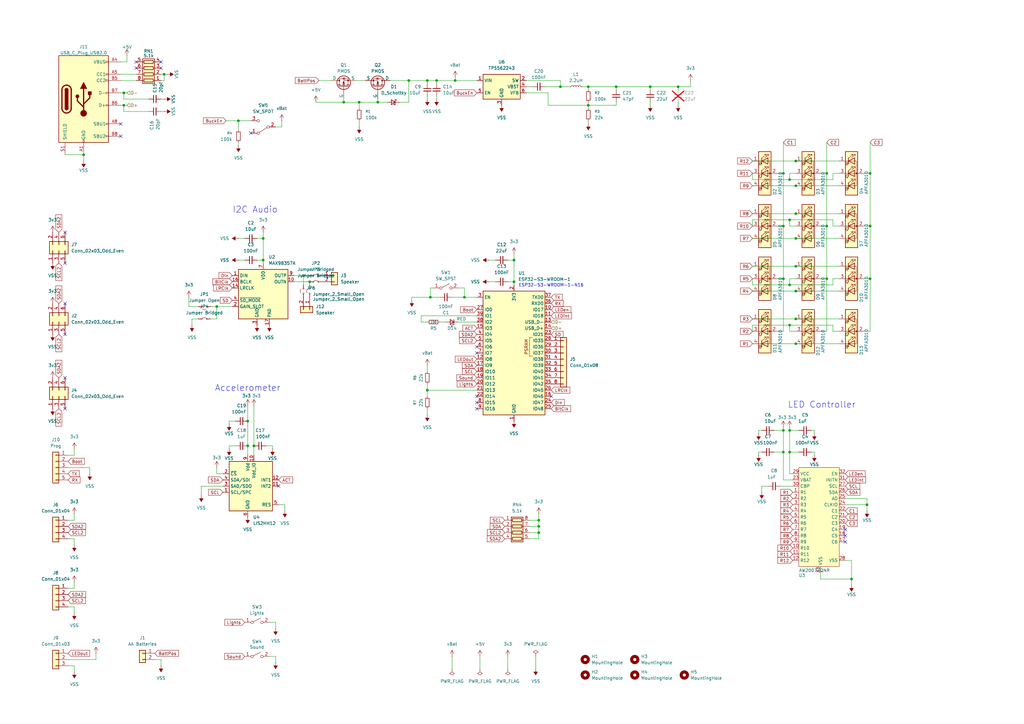
<source format=kicad_sch>
(kicad_sch (version 20250114) (generator "eeschema") (generator_version "9.0")
  (paper "A3")
  (lib_symbols
    (symbol "APFA3010_1" (pin_names (offset 0) (hide yes))
      (property "Reference" "D2" (at 4.064 -8.89 90))
      (property "Value" "APFA3010" (at 6.35 -8.89 90))
      (symbol "APFA3010_1_0_0"
        (text "R" (at -1.905 3.81 0) (effects (font (size 1.27 1.27))))
        (text "G" (at -1.905 -1.27 0) (effects (font (size 1.27 1.27))))
        (text "B" (at -1.905 -6.35 0) (effects (font (size 1.27 1.27))))
      )
      (symbol "APFA3010_1_1_1"
        (pin input line (at -5.08 5.08 0) (length 2.54) (name "R") (number "1"))
        (pin input line (at -5.08 0 0) (length 2.54) (name "G") (number "3"))
        (pin input line (at -5.08 -5.08 0) (length 2.54) (name "B") (number "4"))
        (pin input line (at 5.08 0 180) (length 2.54) (name "A") (number "2"))
      )
    )
    (symbol "APFA3010_2" (pin_names (offset 0) (hide yes))
      (property "Reference" "D5" (at 4.064 -8.89 90))
      (property "Value" "APFA3010" (at 6.35 -8.89 90))
      (symbol "APFA3010_2_0_0"
        (text "R" (at -1.905 3.81 0) (effects (font (size 1.27 1.27))))
        (text "G" (at -1.905 -1.27 0) (effects (font (size 1.27 1.27))))
        (text "B" (at -1.905 -6.35 0) (effects (font (size 1.27 1.27))))
      )
      (symbol "APFA3010_2_1_1"
        (pin input line (at -5.08 5.08 0) (length 2.54) (name "R") (number "1"))
        (pin input line (at -5.08 0 0) (length 2.54) (name "G") (number "3"))
        (pin input line (at -5.08 -5.08 0) (length 2.54) (name "B") (number "4"))
        (pin input line (at 5.08 0 180) (length 2.54) (name "A") (number "2"))
      )
    )
    (symbol "APFA3010_3" (pin_names (offset 0) (hide yes))
      (property "Reference" "D4" (at 4.064 -5.842 90))
      (property "Value" "APFA3010" (at 6.096 1.016 90))
      (symbol "APFA3010_3_0_0"
        (text "R" (at -1.905 3.81 0) (effects (font (size 1.27 1.27))))
        (text "G" (at -1.905 -1.27 0) (effects (font (size 1.27 1.27))))
        (text "B" (at -1.905 -6.35 0) (effects (font (size 1.27 1.27))))
      )
      (symbol "APFA3010_3_1_1"
        (pin input line (at -5.08 5.08 0) (length 2.54) (name "R") (number "1"))
        (pin input line (at -5.08 0 0) (length 2.54) (name "G") (number "3"))
        (pin input line (at -5.08 -5.08 0) (length 2.54) (name "B") (number "4"))
        (pin input line (at 5.08 0 180) (length 2.54) (name "A") (number "2"))
      )
    )
    (symbol "Audio:MAX98357A"
      (property "Reference" "U" (at -8.89 11.43 0))
      (property "Value" "MAX98357A" (at 10.16 11.43 0))
      (symbol "MAX98357A_1_1"
        (pin input line (at -12.7 7.62 0) (length 2.54) (name "DIN") (number "1"))
        (pin input line (at -12.7 5.08 0) (length 2.54) (name "BCLK") (number "16"))
        (pin input line (at -12.7 2.54 0) (length 2.54) (name "LRCLK") (number "14"))
        (pin input line (at -12.7 -2.54 0) (length 2.54) (name "~{SD_MODE}") (number "4"))
        (pin passive line (at -12.7 -5.08 0) (length 2.54) (name "GAIN_SLOT") (number "2"))
        (pin passive line (at -2.54 -12.7 90) (length 2.54) (hide yes) (name "GND") (number "11"))
        (pin passive line (at -2.54 -12.7 90) (length 2.54) (hide yes) (name "GND") (number "15"))
        (pin power_in line (at -2.54 -12.7 90) (length 2.54) (name "GND") (number "3"))
        (pin power_in line (at 0 12.7 270) (length 2.54) (name "VDD") (number "7"))
        (pin passive line (at 0 12.7 270) (length 2.54) (hide yes) (name "VDD") (number "8"))
        (pin unspecified line (at 2.54 -12.7 90) (length 2.54) (name "PAD") (number "17"))
        (pin no_connect line (at 10.16 2.54 180) (length 2.54) (hide yes) (name "NC") (number "5"))
        (pin no_connect line (at 10.16 0 180) (length 2.54) (hide yes) (name "NC") (number "6"))
        (pin no_connect line (at 10.16 -5.08 180) (length 2.54) (hide yes) (name "NC") (number "12"))
        (pin no_connect line (at 10.16 -7.62 180) (length 2.54) (hide yes) (name "NC") (number "13"))
        (pin output line (at 12.7 7.62 180) (length 2.54) (name "OUTP") (number "9"))
        (pin output line (at 12.7 5.08 180) (length 2.54) (name "OUTN") (number "10"))
      )
    )
    (symbol "BadgePiratesSymbolLibrary:USB_C_Plug_USB2.0" (pin_names (offset 1.016))
      (property "Reference" "J1" (at -10.16 20.32 0))
      (property "Value" "USB_C_Plug_USB2.0" (at 2.54 -20.32 0))
      (symbol "USB_C_Plug_USB2.0_0_0"
        (pin bidirectional line (at 15.24 2.54 180) (length 5.08) (name "D-") (number "B7"))
        (pin bidirectional line (at 15.24 -2.54 180) (length 5.08) (name "D+") (number "B6"))
        (pin bidirectional line (at 15.24 -10.16 180) (length 5.08) (name "SBU1") (number "A8"))
        (pin bidirectional line (at 15.24 -15.24 180) (length 5.08) (name "SBU2") (number "B8"))
      )
      (symbol "USB_C_Plug_USB2.0_1_1"
        (pin passive line (at -7.62 -22.86 90) (length 5.08) (name "SHIELD") (number "S1"))
        (pin passive line (at 0 -22.86 90) (length 5.08) (name "GND") (number "A1"))
        (pin passive line (at 0 -22.86 90) (length 5.08) (hide yes) (name "GND") (number "A12"))
        (pin passive line (at 0 -22.86 90) (length 5.08) (hide yes) (name "GND") (number "B1"))
        (pin passive line (at 0 -22.86 90) (length 5.08) (hide yes) (name "GND") (number "B12"))
        (pin passive line (at 15.24 15.24 180) (length 5.08) (name "VBUS") (number "A4"))
        (pin passive line (at 15.24 15.24 180) (length 5.08) (hide yes) (name "VBUS") (number "A9"))
        (pin passive line (at 15.24 15.24 180) (length 5.08) (hide yes) (name "VBUS") (number "B4"))
        (pin passive line (at 15.24 15.24 180) (length 5.08) (hide yes) (name "VBUS") (number "B9"))
        (pin passive line (at 15.24 10.16 180) (length 5.08) (name "CC1") (number "A5"))
        (pin passive line (at 15.24 7.62 180) (length 5.08) (name "CC2") (number "B5"))
        (pin bidirectional line (at 15.24 2.54 180) (length 5.08) (hide yes) (name "D-") (number "A7"))
        (pin bidirectional line (at 15.24 -2.54 180) (length 5.08) (hide yes) (name "D+") (number "A6"))
      )
    )
    (symbol "Connector_Generic:Conn_01x02" (pin_names (offset 1.016) (hide yes))
      (property "Reference" "J" (at 0 2.54 0))
      (property "Value" "Conn_01x02" (at 0 -5.08 0))
      (symbol "Conn_01x02_1_1"
        (pin passive line (at -5.08 0 0) (length 3.81) (name "Pin_1") (number "1"))
        (pin passive line (at -5.08 -2.54 0) (length 3.81) (name "Pin_2") (number "2"))
      )
    )
    (symbol "Connector_Generic:Conn_01x03" (pin_names (offset 1.016) (hide yes))
      (property "Reference" "J" (at 0 5.08 0))
      (property "Value" "Conn_01x03" (at 0 -5.08 0))
      (symbol "Conn_01x03_1_1"
        (pin passive line (at -5.08 2.54 0) (length 3.81) (name "Pin_1") (number "1"))
        (pin passive line (at -5.08 0 0) (length 3.81) (name "Pin_2") (number "2"))
        (pin passive line (at -5.08 -2.54 0) (length 3.81) (name "Pin_3") (number "3"))
      )
    )
    (symbol "Connector_Generic:Conn_01x04" (pin_names (offset 1.016) (hide yes))
      (property "Reference" "J" (at 0 5.08 0))
      (property "Value" "Conn_01x04" (at 0 -7.62 0))
      (symbol "Conn_01x04_1_1"
        (pin passive line (at -5.08 2.54 0) (length 3.81) (name "Pin_1") (number "1"))
        (pin passive line (at -5.08 0 0) (length 3.81) (name "Pin_2") (number "2"))
        (pin passive line (at -5.08 -2.54 0) (length 3.81) (name "Pin_3") (number "3"))
        (pin passive line (at -5.08 -5.08 0) (length 3.81) (name "Pin_4") (number "4"))
      )
    )
    (symbol "Connector_Generic:Conn_01x05" (pin_names (offset 1.016) (hide yes))
      (property "Reference" "J" (at 0 7.62 0))
      (property "Value" "Conn_01x05" (at 0 -7.62 0))
      (symbol "Conn_01x05_1_1"
        (pin passive line (at -5.08 5.08 0) (length 3.81) (name "Pin_1") (number "1"))
        (pin passive line (at -5.08 2.54 0) (length 3.81) (name "Pin_2") (number "2"))
        (pin passive line (at -5.08 0 0) (length 3.81) (name "Pin_3") (number "3"))
        (pin passive line (at -5.08 -2.54 0) (length 3.81) (name "Pin_4") (number "4"))
        (pin passive line (at -5.08 -5.08 0) (length 3.81) (name "Pin_5") (number "5"))
      )
    )
    (symbol "Connector_Generic:Conn_01x08" (pin_names (offset 1.016) (hide yes))
      (property "Reference" "J" (at 0 10.16 0))
      (property "Value" "Conn_01x08" (at 0 -12.7 0))
      (symbol "Conn_01x08_1_1"
        (pin passive line (at -5.08 7.62 0) (length 3.81) (name "Pin_1") (number "1"))
        (pin passive line (at -5.08 5.08 0) (length 3.81) (name "Pin_2") (number "2"))
        (pin passive line (at -5.08 2.54 0) (length 3.81) (name "Pin_3") (number "3"))
        (pin passive line (at -5.08 0 0) (length 3.81) (name "Pin_4") (number "4"))
        (pin passive line (at -5.08 -2.54 0) (length 3.81) (name "Pin_5") (number "5"))
        (pin passive line (at -5.08 -5.08 0) (length 3.81) (name "Pin_6") (number "6"))
        (pin passive line (at -5.08 -7.62 0) (length 3.81) (name "Pin_7") (number "7"))
        (pin passive line (at -5.08 -10.16 0) (length 3.81) (name "Pin_8") (number "8"))
      )
    )
    (symbol "Connector_Generic:Conn_02x03_Odd_Even" (pin_names (offset 1.016) (hide yes))
      (property "Reference" "J" (at 1.27 5.08 0))
      (property "Value" "Conn_02x03_Odd_Even" (at 1.27 -5.08 0))
      (symbol "Conn_02x03_Odd_Even_1_1"
        (pin passive line (at -5.08 2.54 0) (length 3.81) (name "Pin_1") (number "1"))
        (pin passive line (at -5.08 0 0) (length 3.81) (name "Pin_3") (number "3"))
        (pin passive line (at -5.08 -2.54 0) (length 3.81) (name "Pin_5") (number "5"))
        (pin passive line (at 7.62 2.54 180) (length 3.81) (name "Pin_2") (number "2"))
        (pin passive line (at 7.62 0 180) (length 3.81) (name "Pin_4") (number "4"))
        (pin passive line (at 7.62 -2.54 180) (length 3.81) (name "Pin_6") (number "6"))
      )
    )
    (symbol "Device:C_Small" (pin_numbers (hide yes)) (pin_names (offset 0.254) (hide yes))
      (property "Reference" "C" (at 0.254 1.778 0))
      (property "Value" "C_Small" (at 0.254 -2.032 0))
      (symbol "C_Small_1_1"
        (pin passive line (at 0 2.54 270) (length 2.032) (name "~") (number "1"))
        (pin passive line (at 0 -2.54 90) (length 2.032) (name "~") (number "2"))
      )
    )
    (symbol "Device:D_Schottky_Small" (pin_numbers (hide yes)) (pin_names (offset 0.254) (hide yes))
      (property "Reference" "D" (at -1.27 2.032 0))
      (property "Value" "D_Schottky_Small" (at -7.112 -2.032 0))
      (symbol "D_Schottky_Small_1_1"
        (pin passive line (at -2.54 0 0) (length 1.778) (name "K") (number "1"))
        (pin passive line (at 2.54 0 180) (length 1.778) (name "A") (number "2"))
      )
    )
    (symbol "Device:LED_Small" (pin_numbers (hide yes)) (pin_names (offset 0.254) (hide yes))
      (property "Reference" "D" (at -1.27 3.175 0))
      (property "Value" "LED_Small" (at -4.445 -2.54 0))
      (symbol "LED_Small_1_1"
        (pin passive line (at -2.54 0 0) (length 1.778) (name "K") (number "1"))
        (pin passive line (at 2.54 0 180) (length 1.778) (name "A") (number "2"))
      )
    )
    (symbol "Device:L_Small" (pin_numbers (hide yes)) (pin_names (offset 0.254) (hide yes))
      (property "Reference" "L" (at 0.762 1.016 0))
      (property "Value" "L_Small" (at 0.762 -1.016 0))
      (symbol "L_Small_1_1"
        (pin passive line (at 0 2.54 270) (length 0.508) (name "~") (number "1"))
        (pin passive line (at 0 -2.54 90) (length 0.508) (name "~") (number "2"))
      )
    )
    (symbol "Device:R_Pack04" (pin_names (offset 0) (hide yes))
      (property "Reference" "RN" (at -7.62 0 90))
      (property "Value" "R_Pack04" (at 5.08 0 90))
      (symbol "R_Pack04_1_1"
        (pin passive line (at -5.08 5.08 270) (length 2.54) (name "R1.2") (number "8"))
        (pin passive line (at -5.08 -5.08 90) (length 2.54) (name "R1.1") (number "1"))
        (pin passive line (at -2.54 5.08 270) (length 2.54) (name "R2.2") (number "7"))
        (pin passive line (at -2.54 -5.08 90) (length 2.54) (name "R2.1") (number "2"))
        (pin passive line (at 0 5.08 270) (length 2.54) (name "R3.2") (number "6"))
        (pin passive line (at 0 -5.08 90) (length 2.54) (name "R3.1") (number "3"))
        (pin passive line (at 2.54 5.08 270) (length 2.54) (name "R4.2") (number "5"))
        (pin passive line (at 2.54 -5.08 90) (length 2.54) (name "R4.1") (number "4"))
      )
    )
    (symbol "Device:R_Small" (pin_numbers (hide yes)) (pin_names (offset 0.254) (hide yes))
      (property "Reference" "R" (at 0 0 90))
      (property "Value" "R_Small" (at 1.778 0 90))
      (symbol "R_Small_1_1"
        (pin passive line (at 0 2.54 270) (length 0.762) (name "~") (number "1"))
        (pin passive line (at 0 -2.54 90) (length 0.762) (name "~") (number "2"))
      )
    )
    (symbol "Jumper:Jumper_2_Small_Bridged" (pin_numbers (hide yes)) (pin_names (offset 0) (hide yes))
      (property "Reference" "JP" (at 0 2.032 0))
      (property "Value" "Jumper_2_Small_Bridged" (at 0 -2.286 0))
      (symbol "Jumper_2_Small_Bridged_1_1"
        (pin passive line (at -2.54 0 0) (length 1.27) (name "A") (number "1"))
        (pin passive line (at 2.54 0 180) (length 1.27) (name "B") (number "2"))
      )
    )
    (symbol "Jumper_2_Small_Open_1" (pin_numbers (hide yes)) (pin_names (offset 0) (hide yes))
      (property "Reference" "JP" (at 0 2.794 0))
      (property "Value" "Jumper_2_Small_Open" (at 0 -2.286 0))
      (symbol "Jumper_2_Small_Open_1_1_1"
        (pin passive line (at -2.54 0 0) (length 1.27) (name "A") (number "1"))
        (pin passive line (at 2.54 0 180) (length 1.27) (name "B") (number "2"))
      )
    )
    (symbol "LED:APFA3010" (pin_names (offset 0) (hide yes))
      (property "Reference" "D" (at 0 10.16 0))
      (property "Value" "APFA3010" (at 0 -10.16 0))
      (symbol "APFA3010_0_0"
        (text "R" (at -1.905 3.81 0) (effects (font (size 1.27 1.27))))
        (text "G" (at -1.905 -1.27 0) (effects (font (size 1.27 1.27))))
        (text "B" (at -1.905 -6.35 0) (effects (font (size 1.27 1.27))))
      )
      (symbol "APFA3010_1_1"
        (pin input line (at -5.08 5.08 0) (length 2.54) (name "R") (number "1"))
        (pin input line (at -5.08 0 0) (length 2.54) (name "G") (number "3"))
        (pin input line (at -5.08 -5.08 0) (length 2.54) (name "B") (number "4"))
        (pin power_in line (at 5.08 0 180) (length 2.54) (name "A") (number "2"))
      )
    )
    (symbol "Mechanical:MountingHole" (pin_names (offset 1.016)) (exclude_from_sim yes) (in_bom no)
      (property "Reference" "H" (at 0 5.08 0))
      (property "Value" "MountingHole" (at 0 3.175 0))
    )
    (symbol "PMOS_1" (pin_numbers (hide yes)) (pin_names (offset 0))
      (property "Reference" "Q1" (at 8.89 0 90))
      (property "Value" "PMOS" (at 6.35 0 90))
      (symbol "PMOS_1_1_1"
        (pin input line (at -5.08 0 0) (length 2.54) (name "G") (number "1"))
        (pin passive line (at 2.54 5.08 270) (length 2.54) (name "D") (number "3"))
        (pin passive line (at 2.54 -5.08 90) (length 2.54) (name "S") (number "2"))
      )
    )
    (symbol "RF_Module:ESP32-S3-WROOM-1"
      (property "Reference" "U" (at -12.7 26.67 0))
      (property "Value" "ESP32-S3-WROOM-1" (at 12.7 26.67 0))
      (symbol "ESP32-S3-WROOM-1_0_0"
        (text "PSRAM" (at 5.08 2.54 900) (effects (font (size 1.27 1.27))))
      )
      (symbol "ESP32-S3-WROOM-1_1_1"
        (pin input line (at -15.24 22.86 0) (length 2.54) (name "EN") (number "3"))
        (pin bidirectional line (at -15.24 17.78 0) (length 2.54) (name "IO0") (number "27"))
        (pin bidirectional line (at -15.24 15.24 0) (length 2.54) (name "IO1") (number "39"))
        (pin bidirectional line (at -15.24 12.7 0) (length 2.54) (name "IO2") (number "38"))
        (pin bidirectional line (at -15.24 10.16 0) (length 2.54) (name "IO3") (number "15"))
        (pin bidirectional line (at -15.24 7.62 0) (length 2.54) (name "IO4") (number "4"))
        (pin bidirectional line (at -15.24 5.08 0) (length 2.54) (name "IO5") (number "5"))
        (pin bidirectional line (at -15.24 2.54 0) (length 2.54) (name "IO6") (number "6"))
        (pin bidirectional line (at -15.24 0 0) (length 2.54) (name "IO7") (number "7"))
        (pin bidirectional line (at -15.24 -2.54 0) (length 2.54) (name "IO8") (number "12"))
        (pin bidirectional line (at -15.24 -5.08 0) (length 2.54) (name "IO9") (number "17"))
        (pin bidirectional line (at -15.24 -7.62 0) (length 2.54) (name "IO10") (number "18"))
        (pin bidirectional line (at -15.24 -10.16 0) (length 2.54) (name "IO11") (number "19"))
        (pin bidirectional line (at -15.24 -12.7 0) (length 2.54) (name "IO12") (number "20"))
        (pin bidirectional line (at -15.24 -15.24 0) (length 2.54) (name "IO13") (number "21"))
        (pin bidirectional line (at -15.24 -17.78 0) (length 2.54) (name "IO14") (number "22"))
        (pin bidirectional line (at -15.24 -20.32 0) (length 2.54) (name "IO15") (number "8"))
        (pin bidirectional line (at -15.24 -22.86 0) (length 2.54) (name "IO16") (number "9"))
        (pin power_in line (at 0 27.94 270) (length 2.54) (name "3V3") (number "2"))
        (pin power_in line (at 0 -27.94 90) (length 2.54) (name "GND") (number "1"))
        (pin passive line (at 0 -27.94 90) (length 2.54) (hide yes) (name "GND") (number "40"))
        (pin passive line (at 0 -27.94 90) (length 2.54) (hide yes) (name "GND") (number "41"))
        (pin bidirectional line (at 15.24 22.86 180) (length 2.54) (name "TXD0") (number "37"))
        (pin bidirectional line (at 15.24 20.32 180) (length 2.54) (name "RXD0") (number "36"))
        (pin bidirectional line (at 15.24 17.78 180) (length 2.54) (name "IO17") (number "10"))
        (pin bidirectional line (at 15.24 15.24 180) (length 2.54) (name "IO18") (number "11"))
        (pin bidirectional line (at 15.24 12.7 180) (length 2.54) (name "USB_D-") (number "13"))
        (pin bidirectional line (at 15.24 10.16 180) (length 2.54) (name "USB_D+") (number "14"))
        (pin bidirectional line (at 15.24 7.62 180) (length 2.54) (name "IO21") (number "23"))
        (pin bidirectional line (at 15.24 5.08 180) (length 2.54) (name "IO35") (number "28"))
        (pin bidirectional line (at 15.24 2.54 180) (length 2.54) (name "IO36") (number "29"))
        (pin bidirectional line (at 15.24 0 180) (length 2.54) (name "IO37") (number "30"))
        (pin bidirectional line (at 15.24 -2.54 180) (length 2.54) (name "IO38") (number "31"))
        (pin bidirectional line (at 15.24 -5.08 180) (length 2.54) (name "IO39") (number "32"))
        (pin bidirectional line (at 15.24 -7.62 180) (length 2.54) (name "IO40") (number "33"))
        (pin bidirectional line (at 15.24 -10.16 180) (length 2.54) (name "IO41") (number "34"))
        (pin bidirectional line (at 15.24 -12.7 180) (length 2.54) (name "IO42") (number "35"))
        (pin bidirectional line (at 15.24 -15.24 180) (length 2.54) (name "IO45") (number "26"))
        (pin bidirectional line (at 15.24 -17.78 180) (length 2.54) (name "IO46") (number "16"))
        (pin bidirectional line (at 15.24 -20.32 180) (length 2.54) (name "IO47") (number "24"))
        (pin bidirectional line (at 15.24 -22.86 180) (length 2.54) (name "IO48") (number "25"))
      )
    )
    (symbol "R_Pack04_1" (pin_names (offset 0) (hide yes))
      (property "Reference" "RN" (at -7.62 0 90))
      (property "Value" "R_Pack04" (at 5.08 0 90))
      (symbol "R_Pack04_1_1_1"
        (pin passive line (at -5.08 5.08 270) (length 2.54) (name "R1.2") (number "8"))
        (pin passive line (at -5.08 -5.08 90) (length 2.54) (name "R1.1") (number "1"))
        (pin passive line (at -2.54 5.08 270) (length 2.54) (name "R2.2") (number "7"))
        (pin passive line (at -2.54 -5.08 90) (length 2.54) (name "R2.1") (number "2"))
        (pin passive line (at 0 5.08 270) (length 2.54) (name "R3.2") (number "6"))
        (pin passive line (at 0 -5.08 90) (length 2.54) (name "R3.1") (number "3"))
        (pin passive line (at 2.54 5.08 270) (length 2.54) (name "R4.2") (number "5"))
        (pin passive line (at 2.54 -5.08 90) (length 2.54) (name "R4.1") (number "4"))
      )
    )
    (symbol "Regulator_Switching:TPS562202"
      (property "Reference" "U" (at -7.62 6.35 0))
      (property "Value" "TPS562202" (at -2.54 6.35 0))
      (symbol "TPS562202_1_1"
        (pin power_in line (at -10.16 2.54 0) (length 2.54) (name "VIN") (number "1"))
        (pin input line (at -10.16 -2.54 0) (length 2.54) (name "EN") (number "5"))
        (pin power_in line (at 0 -7.62 90) (length 2.54) (name "GND") (number "3"))
        (pin output line (at 10.16 2.54 180) (length 2.54) (name "SW") (number "2"))
        (pin passive line (at 10.16 0 180) (length 2.54) (name "VBST") (number "4"))
        (pin input line (at 10.16 -2.54 180) (length 2.54) (name "VFB") (number "6"))
      )
    )
    (symbol "Sensor_Motion:LIS2HH12"
      (property "Reference" "U" (at -5.08 11.43 0))
      (property "Value" "LIS2HH12" (at 3.81 11.43 0))
      (symbol "LIS2HH12_1_1"
        (pin input line (at -10.16 5.08 0) (length 2.54) (name "~{CS}") (number "2"))
        (pin bidirectional line (at -10.16 2.54 0) (length 2.54) (name "SDA/SDI") (number "4"))
        (pin bidirectional line (at -10.16 0 0) (length 2.54) (name "SA0/SDO") (number "3"))
        (pin input line (at -10.16 -2.54 0) (length 2.54) (name "SCL/SPC") (number "1"))
        (pin power_in line (at 0 12.7 270) (length 2.54) (name "Vdd") (number "9"))
        (pin power_in line (at 0 -12.7 90) (length 2.54) (name "GND") (number "6"))
        (pin passive line (at 0 -12.7 90) (length 2.54) (hide yes) (name "GND") (number "7"))
        (pin passive line (at 0 -12.7 90) (length 2.54) (hide yes) (name "GND") (number "8"))
        (pin power_in line (at 2.54 12.7 270) (length 2.54) (name "Vdd_IO") (number "10"))
        (pin output line (at 12.7 2.54 180) (length 2.54) (name "INT1") (number "12"))
        (pin output line (at 12.7 0 180) (length 2.54) (name "INT2") (number "11"))
        (pin passive line (at 12.7 -7.62 180) (length 2.54) (name "RES") (number "5"))
      )
    )
    (symbol "Switch:SW_SPDT" (pin_names (offset 0) (hide yes))
      (property "Reference" "SW" (at 0 4.318 0))
      (property "Value" "SW_SPDT" (at 0 -5.08 0))
      (symbol "SW_SPDT_1_1"
        (pin passive line (at -5.08 0 0) (length 2.54) (name "B") (number "2"))
        (pin passive line (at 5.08 2.54 180) (length 2.54) (name "A") (number "1"))
        (pin passive line (at 5.08 -2.54 180) (length 2.54) (name "C") (number "3"))
      )
    )
    (symbol "Switch:SW_SPST" (pin_names (offset 0) (hide yes))
      (property "Reference" "SW" (at 0 3.175 0))
      (property "Value" "SW_SPST" (at 0 -2.54 0))
      (symbol "SW_SPST_1_1"
        (pin passive line (at -5.08 0 0) (length 2.54) (name "A") (number "1"))
        (pin passive line (at 5.08 0 180) (length 2.54) (name "B") (number "2"))
      )
    )
    (symbol "UE_LED:AW20072QNR"
      (property "Reference" "U3" (at -7.62 -25.146 0))
      (property "Value" "AW20072QNR" (at -2.54 -23.114 0))
      (symbol "AW20072QNR_1_1"
        (pin power_in line (at -11.43 16.51 0) (length 2.54) (name "VCC") (number "29"))
        (pin power_in line (at -11.43 13.97 0) (length 2.54) (hide yes) (name "VBAT") (number "13"))
        (pin power_in line (at -11.43 13.97 0) (length 2.54) (name "VBAT") (number "23"))
        (pin bidirectional line (at -11.43 11.43 0) (length 2.54) (name "CBP") (number "30"))
        (pin output line (at -11.43 8.89 0) (length 2.54) (name "R1") (number "1"))
        (pin output line (at -11.43 6.35 0) (length 2.54) (name "R2") (number "2"))
        (pin output line (at -11.43 3.81 0) (length 2.54) (name "R3") (number "3"))
        (pin output line (at -11.43 1.27 0) (length 2.54) (name "R4") (number "4"))
        (pin output line (at -11.43 -1.27 0) (length 2.54) (name "R5") (number "5"))
        (pin output line (at -11.43 -3.81 0) (length 2.54) (name "R6") (number "6"))
        (pin output line (at -11.43 -6.35 0) (length 2.54) (name "R7") (number "7"))
        (pin output line (at -11.43 -8.89 0) (length 2.54) (name "R8") (number "8"))
        (pin output line (at -11.43 -11.43 0) (length 2.54) (name "R9") (number "9"))
        (pin output line (at -11.43 -13.97 0) (length 2.54) (name "R10") (number "10"))
        (pin output line (at -11.43 -16.51 0) (length 2.54) (name "R11") (number "11"))
        (pin output line (at -11.43 -19.05 0) (length 2.54) (name "R12") (number "12"))
        (pin input line (at 0 -24.13 90) (length 2.54) (name "VSS") (number "33"))
        (pin input line (at 10.16 16.51 180) (length 2.54) (name "EN") (number "32"))
        (pin output line (at 10.16 13.97 180) (length 2.54) (name "INITN") (number "31"))
        (pin bidirectional line (at 10.16 11.43 180) (length 2.54) (name "SCL") (number "27"))
        (pin bidirectional line (at 10.16 8.89 180) (length 2.54) (name "SDA") (number "26"))
        (pin input line (at 10.16 6.35 180) (length 2.54) (name "AD") (number "25"))
        (pin bidirectional line (at 10.16 3.81 180) (length 2.54) (name "CLKIO") (number "24"))
        (pin output line (at 10.16 1.27 180) (length 2.54) (name "C1") (number "22"))
        (pin output line (at 10.16 -1.27 180) (length 2.54) (name "C2") (number "21"))
        (pin output line (at 10.16 -3.81 180) (length 2.54) (name "C3") (number "20"))
        (pin output line (at 10.16 -6.35 180) (length 2.54) (name "C4") (number "19"))
        (pin output line (at 10.16 -8.89 180) (length 2.54) (name "C5") (number "18"))
        (pin output line (at 10.16 -11.43 180) (length 2.54) (name "C6") (number "17"))
        (pin input line (at 10.16 -19.05 180) (length 2.54) (name "VSS") (number "28"))
      )
    )
    (symbol "power:+5V" (power) (pin_names (offset 0))
      (property "Value" "+5V" (at 0 3.556 0))
      (symbol "+5V_1_1"
        (pin power_in line (at 0 0 90) (length 0) (hide yes) (name "+5V") (number "1"))
      )
    )
    (symbol "power:PWR_FLAG" (power) (pin_numbers (hide yes)) (pin_names (offset 0) (hide yes))
      (property "Value" "PWR_FLAG" (at 0 3.81 0))
      (symbol "PWR_FLAG_0_0"
        (pin power_out line (at 0 0 90) (length 0) (name "~") (number "1"))
      )
    )
    (symbol "power:VCC" (power) (pin_numbers (hide yes)) (pin_names (offset 0) (hide yes))
      (property "Value" "VCC" (at 0 3.556 0))
      (symbol "VCC_1_1"
        (pin power_in line (at 0 0 90) (length 0) (name "~") (number "1"))
      )
    )
    (symbol "power:VDD" (power) (pin_numbers (hide yes)) (pin_names (offset 0) (hide yes))
      (property "Value" "VDD" (at 0 3.556 0))
      (symbol "VDD_1_1"
        (pin power_in line (at 0 0 90) (length 0) (name "~") (number "1"))
      )
    )
    (symbol "power:VSS" (power) (pin_numbers (hide yes)) (pin_names (offset 0) (hide yes))
      (property "Value" "VSS" (at 0 3.556 0))
      (symbol "VSS_1_1"
        (pin power_in line (at 0 0 90) (length 0) (name "~") (number "1"))
      )
    )
  )
  (text "ESP32-S3-WROOM-1-N16\n" (at 226.06 117.094 0) (effects (font (size 1.27 1.27))))
  (text "Accelerometer" (at 101.6 159.258 0) (effects (font (size 2.54 2.54))))
  (text "LED Controller" (at 337.058 166.116 0) (effects (font (size 2.54 2.54))))
  (text "I2C Audio" (at 104.648 86.106 0) (effects (font (size 2.54 2.54))))
  (junction (at 97.79 49.53))
  (junction (at 101.6 182.88))
  (junction (at 339.09 71.12))
  (junction (at 88.9 125.73))
  (junction (at 321.31 185.42))
  (junction (at 124.46 113.03))
  (junction (at 104.14 182.88))
  (junction (at 50.8 43.18))
  (junction (at 326.39 140.97))
  (junction (at 321.31 71.12))
  (junction (at 186.69 33.02))
  (junction (at 127 115.57))
  (junction (at 229.87 35.56))
  (junction (at 67.31 30.48) (diameter 0.9144))
  (junction (at 154.94 41.91))
  (junction (at 355.6 207.01))
  (junction (at 50.8 38.1))
  (junction (at 241.3 43.18))
  (junction (at 175.26 33.02))
  (junction (at 278.13 35.56))
  (junction (at 326.39 119.38))
  (junction (at 140.97 41.91))
  (junction (at 356.87 71.12))
  (junction (at 179.07 33.02))
  (junction (at 323.85 90.17))
  (junction (at 323.85 116.84))
  (junction (at 241.3 35.56))
  (junction (at 266.7 35.56))
  (junction (at 356.87 114.3))
  (junction (at 107.95 97.79))
  (junction (at 167.64 33.02))
  (junction (at 339.09 92.71))
  (junction (at 321.31 114.3))
  (junction (at 326.39 76.2))
  (junction (at 339.09 114.3))
  (junction (at 323.85 133.35))
  (junction (at 101.6 172.72))
  (junction (at 190.5 121.92))
  (junction (at 326.39 87.63))
  (junction (at 323.85 73.66))
  (junction (at 220.98 218.44))
  (junction (at 34.29 63.5))
  (junction (at 220.98 215.9))
  (junction (at 175.26 160.02))
  (junction (at 210.82 115.57))
  (junction (at 321.31 176.53))
  (junction (at 349.25 237.49))
  (junction (at 326.39 130.81))
  (junction (at 176.53 121.92))
  (junction (at 326.39 66.04))
  (junction (at 323.85 185.42))
  (junction (at 326.39 97.79))
  (junction (at 147.32 41.91))
  (junction (at 107.95 106.68))
  (junction (at 323.85 176.53))
  (junction (at 321.31 92.71))
  (junction (at 326.39 109.22))
  (junction (at 220.98 213.36))
  (junction (at 356.87 92.71))
  (junction (at 252.73 35.56))
  (junction (at 210.82 106.68))
  (no_connect (at 195.58 165.1))
  (no_connect (at 26.67 137.16))
  (no_connect (at 346.71 222.25))
  (no_connect (at 226.06 162.56))
  (no_connect (at 26.67 167.64))
  (no_connect (at 26.67 124.46))
  (no_connect (at 114.3 199.39))
  (no_connect (at 49.53 50.8))
  (no_connect (at 195.58 167.64))
  (no_connect (at 195.58 162.56))
  (no_connect (at 346.71 219.71))
  (no_connect (at 346.71 217.17))
  (no_connect (at 195.58 142.24))
  (no_connect (at 26.67 154.94))
  (no_connect (at 195.58 144.78))
  (no_connect (at 66.04 25.4))
  (no_connect (at 49.53 55.88))
  (no_connect (at 55.88 25.4))
  (no_connect (at 26.67 95.25))
  (no_connect (at 66.04 27.94))
  (no_connect (at 102.87 54.61))
  (no_connect (at 26.67 107.95))
  (no_connect (at 55.88 27.94))
  (wire (pts (xy 354.33 71.12) (xy 356.87 71.12)))
  (wire (pts (xy 175.26 33.02) (xy 179.07 33.02)))
  (wire (pts (xy 30.48 241.3) (xy 27.94 241.3)))
  (wire (pts (xy 215.9 35.56) (xy 218.44 35.56)))
  (wire (pts (xy 349.25 229.87) (xy 346.71 229.87)))
  (wire (pts (xy 283.21 33.02) (xy 283.21 35.56)))
  (wire (pts (xy 341.63 114.3) (xy 341.63 116.84)))
  (wire (pts (xy 349.25 240.03) (xy 349.25 237.49)))
  (wire (pts (xy 278.13 35.56) (xy 278.13 36.83)))
  (wire (pts (xy 97.79 53.34) (xy 97.79 49.53)))
  (wire (pts (xy 344.17 140.97) (xy 326.39 140.97)))
  (wire (pts (xy 66.04 45.72) (xy 67.31 45.72)))
  (wire (pts (xy 334.01 186.69) (xy 334.01 185.42)))
  (wire (pts (xy 30.48 223.52) (xy 30.48 220.98)))
  (wire (pts (xy 341.63 135.89) (xy 341.63 133.35)))
  (wire (pts (xy 266.7 35.56) (xy 266.7 36.83)))
  (wire (pts (xy 241.3 35.56) (xy 252.73 35.56)))
  (wire (pts (xy 326.39 71.12) (xy 323.85 71.12)))
  (wire (pts (xy 278.13 35.56) (xy 283.21 35.56)))
  (wire (pts (xy 154.94 41.91) (xy 154.94 40.64)))
  (wire (pts (xy 30.48 213.36) (xy 27.94 213.36)))
  (wire (pts (xy 115.57 49.53) (xy 115.57 52.07)))
  (wire (pts (xy 67.31 30.48) (xy 67.31 33.02)))
  (wire (pts (xy 88.9 194.31) (xy 91.44 194.31)))
  (wire (pts (xy 77.47 125.73) (xy 81.28 125.73)))
  (wire (pts (xy 97.79 58.42) (xy 97.79 59.69)))
  (wire (pts (xy 241.3 49.53) (xy 241.3 50.8)))
  (wire (pts (xy 321.31 92.71) (xy 321.31 114.3)))
  (wire (pts (xy 220.98 220.98) (xy 220.98 218.44)))
  (wire (pts (xy 180.34 132.08) (xy 182.88 132.08)))
  (wire (pts (xy 321.31 185.42) (xy 321.31 196.85)))
  (wire (pts (xy 175.26 33.02) (xy 175.26 34.29)))
  (wire (pts (xy 339.09 114.3) (xy 339.09 135.89)))
  (wire (pts (xy 336.55 114.3) (xy 339.09 114.3)))
  (wire (pts (xy 67.31 30.48) (xy 68.58 30.48)))
  (wire (pts (xy 252.73 43.18) (xy 241.3 43.18)))
  (wire (pts (xy 187.96 118.11) (xy 190.5 118.11)))
  (wire (pts (xy 344.17 114.3) (xy 341.63 114.3)))
  (wire (pts (xy 107.95 95.25) (xy 107.95 97.79)))
  (wire (pts (xy 321.31 176.53) (xy 317.5 176.53)))
  (wire (pts (xy 336.55 71.12) (xy 339.09 71.12)))
  (wire (pts (xy 78.74 133.35) (xy 78.74 130.81)))
  (wire (pts (xy 185.42 269.24) (xy 185.42 274.32)))
  (wire (pts (xy 113.03 269.24) (xy 110.49 269.24)))
  (wire (pts (xy 217.17 220.98) (xy 220.98 220.98)))
  (wire (pts (xy 323.85 176.53) (xy 327.66 176.53)))
  (wire (pts (xy 179.07 33.02) (xy 179.07 34.29)))
  (wire (pts (xy 167.64 33.02) (xy 175.26 33.02)))
  (wire (pts (xy 321.31 176.53) (xy 321.31 185.42)))
  (wire (pts (xy 179.07 39.37) (xy 179.07 40.64)))
  (wire (pts (xy 217.17 213.36) (xy 220.98 213.36)))
  (wire (pts (xy 52.07 25.4) (xy 52.07 22.86)))
  (wire (pts (xy 86.36 125.73) (xy 88.9 125.73)))
  (wire (pts (xy 27.94 191.77) (xy 36.83 191.77)))
  (wire (pts (xy 308.61 119.38) (xy 326.39 119.38)))
  (wire (pts (xy 323.85 133.35) (xy 308.61 133.35)))
  (wire (pts (xy 326.39 66.04) (xy 344.17 66.04)))
  (wire (pts (xy 252.73 35.56) (xy 266.7 35.56)))
  (wire (pts (xy 66.04 33.02) (xy 67.31 33.02)))
  (wire (pts (xy 30.48 210.82) (xy 30.48 213.36)))
  (wire (pts (xy 195.58 33.02) (xy 186.69 33.02)))
  (wire (pts (xy 356.87 92.71) (xy 356.87 114.3)))
  (wire (pts (xy 30.48 186.69) (xy 27.94 186.69)))
  (wire (pts (xy 341.63 133.35) (xy 323.85 133.35)))
  (wire (pts (xy 326.39 87.63) (xy 344.17 87.63)))
  (wire (pts (xy 215.9 33.02) (xy 229.87 33.02)))
  (wire (pts (xy 49.53 33.02) (xy 55.88 33.02)))
  (wire (pts (xy 168.91 123.19) (xy 168.91 121.92)))
  (wire (pts (xy 50.8 40.64) (xy 50.8 38.1)))
  (wire (pts (xy 355.6 207.01) (xy 355.6 204.47)))
  (wire (pts (xy 323.85 114.3) (xy 323.85 116.84)))
  (wire (pts (xy 172.72 132.08) (xy 172.72 129.54)))
  (wire (pts (xy 220.98 215.9) (xy 217.17 215.9)))
  (wire (pts (xy 120.65 115.57) (xy 127 115.57)))
  (wire (pts (xy 200.66 115.57) (xy 203.2 115.57)))
  (wire (pts (xy 107.95 97.79) (xy 107.95 106.68)))
  (wire (pts (xy 50.8 43.18) (xy 52.07 43.18)))
  (wire (pts (xy 127 115.57) (xy 127 116.84)))
  (wire (pts (xy 116.84 209.55) (xy 116.84 207.01)))
  (wire (pts (xy 104.14 166.37) (xy 104.14 182.88)))
  (wire (pts (xy 354.33 114.3) (xy 356.87 114.3)))
  (wire (pts (xy 224.79 38.1) (xy 224.79 43.18)))
  (wire (pts (xy 326.39 135.89) (xy 323.85 135.89)))
  (wire (pts (xy 321.31 71.12) (xy 321.31 92.71)))
  (wire (pts (xy 176.53 121.92) (xy 180.34 121.92)))
  (wire (pts (xy 336.55 135.89) (xy 339.09 135.89)))
  (wire (pts (xy 49.53 30.48) (xy 55.88 30.48)))
  (wire (pts (xy 252.73 35.56) (xy 252.73 36.83)))
  (wire (pts (xy 101.6 172.72) (xy 101.6 182.88)))
  (wire (pts (xy 308.61 97.79) (xy 326.39 97.79)))
  (wire (pts (xy 36.83 194.31) (xy 36.83 191.77)))
  (wire (pts (xy 266.7 35.56) (xy 278.13 35.56)))
  (wire (pts (xy 196.85 269.24) (xy 196.85 274.32)))
  (wire (pts (xy 27.94 270.51) (xy 39.37 270.51)))
  (wire (pts (xy 60.96 40.64) (xy 50.8 40.64)))
  (wire (pts (xy 326.39 109.22) (xy 344.17 109.22)))
  (wire (pts (xy 175.26 167.64) (xy 175.26 170.18)))
  (wire (pts (xy 341.63 92.71) (xy 341.63 90.17)))
  (wire (pts (xy 241.3 41.91) (xy 241.3 43.18)))
  (wire (pts (xy 187.96 132.08) (xy 195.58 132.08)))
  (wire (pts (xy 336.55 92.71) (xy 339.09 92.71)))
  (wire (pts (xy 341.63 116.84) (xy 323.85 116.84)))
  (wire (pts (xy 344.17 71.12) (xy 341.63 71.12)))
  (wire (pts (xy 92.71 49.53) (xy 97.79 49.53)))
  (wire (pts (xy 220.98 218.44) (xy 220.98 215.9)))
  (wire (pts (xy 26.67 63.5) (xy 34.29 63.5)))
  (wire (pts (xy 334.01 185.42) (xy 332.74 185.42)))
  (wire (pts (xy 334.01 176.53) (xy 332.74 176.53)))
  (wire (pts (xy 323.85 116.84) (xy 308.61 116.84)))
  (wire (pts (xy 30.48 275.59) (xy 30.48 273.05)))
  (wire (pts (xy 88.9 125.73) (xy 88.9 130.81)))
  (wire (pts (xy 355.6 209.55) (xy 355.6 207.01)))
  (wire (pts (xy 321.31 185.42) (xy 317.5 185.42)))
  (wire (pts (xy 356.87 114.3) (xy 356.87 135.89)))
  (wire (pts (xy 168.91 121.92) (xy 176.53 121.92)))
  (wire (pts (xy 208.28 269.24) (xy 208.28 274.32)))
  (wire (pts (xy 238.76 35.56) (xy 241.3 35.56)))
  (wire (pts (xy 326.39 76.2) (xy 344.17 76.2)))
  (wire (pts (xy 30.48 184.15) (xy 30.48 186.69)))
  (wire (pts (xy 346.71 207.01) (xy 355.6 207.01)))
  (wire (pts (xy 186.69 31.75) (xy 186.69 33.02)))
  (wire (pts (xy 30.48 220.98) (xy 27.94 220.98)))
  (wire (pts (xy 326.39 140.97) (xy 308.61 140.97)))
  (wire (pts (xy 50.8 45.72) (xy 50.8 43.18)))
  (wire (pts (xy 88.9 130.81) (xy 86.36 130.81)))
  (wire (pts (xy 186.69 33.02) (xy 179.07 33.02)))
  (wire (pts (xy 50.8 45.72) (xy 60.96 45.72)))
  (wire (pts (xy 323.85 92.71) (xy 323.85 90.17)))
  (wire (pts (xy 355.6 204.47) (xy 346.71 204.47)))
  (wire (pts (xy 217.17 218.44) (xy 220.98 218.44)))
  (wire (pts (xy 82.55 203.2) (xy 82.55 199.39)))
  (wire (pts (xy 93.98 172.72) (xy 96.52 172.72)))
  (wire (pts (xy 78.74 130.81) (xy 81.28 130.81)))
  (wire (pts (xy 241.3 43.18) (xy 241.3 44.45)))
  (wire (pts (xy 308.61 66.04) (xy 326.39 66.04)))
  (wire (pts (xy 101.6 166.37) (xy 101.6 172.72)))
  (wire (pts (xy 175.26 132.08) (xy 172.72 132.08)))
  (wire (pts (xy 219.71 269.24) (xy 219.71 274.32)))
  (wire (pts (xy 344.17 135.89) (xy 341.63 135.89)))
  (wire (pts (xy 215.9 38.1) (xy 224.79 38.1)))
  (wire (pts (xy 308.61 109.22) (xy 326.39 109.22)))
  (wire (pts (xy 323.85 73.66) (xy 308.61 73.66)))
  (wire (pts (xy 354.33 135.89) (xy 356.87 135.89)))
  (wire (pts (xy 334.01 176.53) (xy 334.01 177.8)))
  (wire (pts (xy 349.25 237.49) (xy 349.25 229.87)))
  (wire (pts (xy 311.15 176.53) (xy 312.42 176.53)))
  (wire (pts (xy 339.09 58.42) (xy 339.09 71.12)))
  (wire (pts (xy 154.94 41.91) (xy 158.75 41.91)))
  (wire (pts (xy 167.64 41.91) (xy 167.64 33.02)))
  (wire (pts (xy 326.39 114.3) (xy 323.85 114.3)))
  (wire (pts (xy 66.04 40.64) (xy 67.31 40.64)))
  (wire (pts (xy 66.04 30.48) (xy 67.31 30.48)))
  (wire (pts (xy 229.87 33.02) (xy 229.87 35.56)))
  (wire (pts (xy 326.39 119.38) (xy 344.17 119.38)))
  (wire (pts (xy 172.72 129.54) (xy 195.58 129.54)))
  (wire (pts (xy 220.98 213.36) (xy 220.98 215.9)))
  (wire (pts (xy 312.42 199.39) (xy 314.96 199.39)))
  (wire (pts (xy 130.81 33.02) (xy 135.89 33.02)))
  (wire (pts (xy 97.79 49.53) (xy 102.87 49.53)))
  (wire (pts (xy 326.39 97.79) (xy 344.17 97.79)))
  (wire (pts (xy 323.85 90.17) (xy 341.63 90.17)))
  (wire (pts (xy 160.02 33.02) (xy 167.64 33.02)))
  (wire (pts (xy 120.65 113.03) (xy 124.46 113.03)))
  (wire (pts (xy 336.55 237.49) (xy 349.25 237.49)))
  (wire (pts (xy 341.63 73.66) (xy 323.85 73.66)))
  (wire (pts (xy 252.73 41.91) (xy 252.73 43.18)))
  (wire (pts (xy 97.79 106.68) (xy 100.33 106.68)))
  (wire (pts (xy 326.39 92.71) (xy 323.85 92.71)))
  (wire (pts (xy 66.04 273.05) (xy 66.04 270.51)))
  (wire (pts (xy 266.7 41.91) (xy 266.7 43.18)))
  (wire (pts (xy 175.26 160.02) (xy 175.26 157.48)))
  (wire (pts (xy 308.61 76.2) (xy 326.39 76.2)))
  (wire (pts (xy 93.98 182.88) (xy 96.52 182.88)))
  (wire (pts (xy 354.33 92.71) (xy 356.87 92.71)))
  (wire (pts (xy 308.61 116.84) (xy 308.61 114.3)))
  (wire (pts (xy 113.03 257.81) (xy 113.03 255.27)))
  (wire (pts (xy 320.04 199.39) (xy 325.12 199.39)))
  (wire (pts (xy 224.79 43.18) (xy 241.3 43.18)))
  (wire (pts (xy 241.3 35.56) (xy 241.3 36.83)))
  (wire (pts (xy 323.85 185.42) (xy 323.85 194.31)))
  (wire (pts (xy 210.82 104.14) (xy 210.82 106.68)))
  (wire (pts (xy 208.28 106.68) (xy 210.82 106.68)))
  (wire (pts (xy 107.95 106.68) (xy 107.95 107.95)))
  (wire (pts (xy 311.15 186.69) (xy 311.15 185.42)))
  (wire (pts (xy 34.29 63.5) (xy 34.29 66.04)))
  (wire (pts (xy 175.26 160.02) (xy 175.26 162.56)))
  (wire (pts (xy 109.22 182.88) (xy 111.76 182.88)))
  (wire (pts (xy 190.5 118.11) (xy 190.5 121.92)))
  (wire (pts (xy 140.97 41.91) (xy 147.32 41.91)))
  (wire (pts (xy 190.5 121.92) (xy 195.58 121.92)))
  (wire (pts (xy 323.85 90.17) (xy 308.61 90.17)))
  (wire (pts (xy 116.84 207.01) (xy 114.3 207.01)))
  (wire (pts (xy 321.31 114.3) (xy 321.31 135.89)))
  (wire (pts (xy 344.17 92.71) (xy 341.63 92.71)))
  (wire (pts (xy 140.97 40.64) (xy 140.97 41.91)))
  (wire (pts (xy 356.87 71.12) (xy 356.87 92.71)))
  (wire (pts (xy 323.85 185.42) (xy 327.66 185.42)))
  (wire (pts (xy 323.85 71.12) (xy 323.85 73.66)))
  (wire (pts (xy 105.41 97.79) (xy 107.95 97.79)))
  (wire (pts (xy 323.85 135.89) (xy 323.85 133.35)))
  (wire (pts (xy 312.42 201.93) (xy 312.42 199.39)))
  (wire (pts (xy 104.14 182.88) (xy 104.14 186.69)))
  (wire (pts (xy 146.05 33.02) (xy 149.86 33.02)))
  (wire (pts (xy 147.32 41.91) (xy 147.32 44.45)))
  (wire (pts (xy 220.98 210.82) (xy 220.98 213.36)))
  (wire (pts (xy 229.87 35.56) (xy 233.68 35.56)))
  (wire (pts (xy 318.77 71.12) (xy 321.31 71.12)))
  (wire (pts (xy 323.85 176.53) (xy 323.85 185.42)))
  (wire (pts (xy 308.61 130.81) (xy 326.39 130.81)))
  (wire (pts (xy 30.48 248.92) (xy 27.94 248.92)))
  (wire (pts (xy 93.98 173.99) (xy 93.98 172.72)))
  (wire (pts (xy 30.48 251.46) (xy 30.48 248.92)))
  (wire (pts (xy 88.9 191.77) (xy 88.9 194.31)))
  (wire (pts (xy 321.31 58.42) (xy 321.31 71.12)))
  (wire (pts (xy 318.77 135.89) (xy 321.31 135.89)))
  (wire (pts (xy 49.53 38.1) (xy 50.8 38.1)))
  (wire (pts (xy 339.09 71.12) (xy 339.09 92.71)))
  (wire (pts (xy 50.8 38.1) (xy 52.07 38.1)))
  (wire (pts (xy 308.61 73.66) (xy 308.61 71.12)))
  (wire (pts (xy 49.53 43.18) (xy 50.8 43.18)))
  (wire (pts (xy 195.58 160.02) (xy 175.26 160.02)))
  (wire (pts (xy 336.55 234.95) (xy 336.55 237.49)))
  (wire (pts (xy 113.03 255.27) (xy 110.49 255.27)))
  (wire (pts (xy 223.52 35.56) (xy 229.87 35.56)))
  (wire (pts (xy 210.82 106.68) (xy 210.82 115.57)))
  (wire (pts (xy 105.41 106.68) (xy 107.95 106.68)))
  (wire (pts (xy 200.66 106.68) (xy 203.2 106.68)))
  (wire (pts (xy 325.12 196.85) (xy 321.31 196.85)))
  (wire (pts (xy 77.47 121.92) (xy 77.47 125.73)))
  (wire (pts (xy 339.09 92.71) (xy 339.09 114.3)))
  (wire (pts (xy 63.5 270.51) (xy 66.04 270.51)))
  (wire (pts (xy 111.76 182.88) (xy 111.76 184.15)))
  (wire (pts (xy 124.46 113.03) (xy 127 113.03)))
  (wire (pts (xy 113.03 271.78) (xy 113.03 269.24)))
  (wire (pts (xy 325.12 194.31) (xy 323.85 194.31)))
  (wire (pts (xy 341.63 71.12) (xy 341.63 73.66)))
  (wire (pts (xy 308.61 90.17) (xy 308.61 92.71)))
  (wire (pts (xy 39.37 267.97) (xy 39.37 270.51)))
  (wire (pts (xy 147.32 41.91) (xy 154.94 41.91)))
  (wire (pts (xy 101.6 182.88) (xy 101.6 186.69)))
  (wire (pts (xy 356.87 58.42) (xy 356.87 71.12)))
  (wire (pts (xy 185.42 121.92) (xy 190.5 121.92)))
  (wire (pts (xy 163.83 41.91) (xy 167.64 41.91)))
  (wire (pts (xy 97.79 97.79) (xy 100.33 97.79)))
  (wire (pts (xy 82.55 199.39) (xy 91.44 199.39)))
  (wire (pts (xy 124.46 113.03) (xy 124.46 116.84)))
  (wire (pts (xy 88.9 125.73) (xy 95.25 125.73)))
  (wire (pts (xy 326.39 130.81) (xy 344.17 130.81)))
  (wire (pts (xy 321.31 175.26) (xy 321.31 176.53)))
  (wire (pts (xy 147.32 49.53) (xy 147.32 52.07)))
  (wire (pts (xy 30.48 238.76) (xy 30.48 241.3)))
  (wire (pts (xy 278.13 41.91) (xy 278.13 43.18)))
  (wire (pts (xy 176.53 118.11) (xy 176.53 121.92)))
  (wire (pts (xy 129.54 41.91) (xy 140.97 41.91)))
  (wire (pts (xy 318.77 92.71) (xy 321.31 92.71)))
  (wire (pts (xy 175.26 39.37) (xy 175.26 40.64)))
  (wire (pts (xy 113.03 52.07) (xy 115.57 52.07)))
  (wire (pts (xy 30.48 273.05) (xy 27.94 273.05)))
  (wire (pts (xy 177.8 118.11) (xy 176.53 118.11)))
  (wire (pts (xy 210.82 115.57) (xy 210.82 116.84)))
  (wire (pts (xy 175.26 149.86) (xy 175.26 152.4)))
  (wire (pts (xy 311.15 185.42) (xy 312.42 185.42)))
  (wire (pts (xy 323.85 175.26) (xy 323.85 176.53)))
  (wire (pts (xy 49.53 25.4) (xy 52.07 25.4)))
  (wire (pts (xy 93.98 184.15) (xy 93.98 182.88)))
  (wire (pts (xy 318.77 114.3) (xy 321.31 114.3)))
  (wire (pts (xy 311.15 176.53) (xy 311.15 177.8)))
  (wire (pts (xy 308.61 133.35) (xy 308.61 135.89)))
  (wire (pts (xy 208.28 115.57) (xy 210.82 115.57)))
  (wire (pts (xy 308.61 87.63) (xy 326.39 87.63)))
  (global_label "RX" (shape input) (at 27.94 196.85 0) (property "Intersheetrefs" "${INTERSHEET_REFS}" (effects (hide yes))))
  (global_label "Boot" (shape input) (at 27.94 189.23 0) (property "Intersheetrefs" "${INTERSHEET_REFS}" (effects (hide yes))))
  (global_label "SCL2" (shape input) (at 207.01 218.44 180) (property "Intersheetrefs" "${INTERSHEET_REFS}" (effects (hide yes))))
  (global_label "R2" (shape input) (at 308.61 135.89 180) (property "Intersheetrefs" "${INTERSHEET_REFS}" (effects (hide yes))))
  (global_label "Boot" (shape input) (at 195.58 127 180) (property "Intersheetrefs" "${INTERSHEET_REFS}" (effects (hide yes))))
  (global_label "R9" (shape input) (at 325.12 222.25 180) (property "Intersheetrefs" "${INTERSHEET_REFS}" (effects (hide yes))))
  (global_label "R3" (shape input) (at 308.61 130.81 180) (property "Intersheetrefs" "${INTERSHEET_REFS}" (effects (hide yes))))
  (global_label "LEDen" (shape input) (at 226.06 127 0) (property "Intersheetrefs" "${INTERSHEET_REFS}" (effects (hide yes))))
  (global_label "SCL2" (shape input) (at 195.58 139.7 180) (property "Intersheetrefs" "${INTERSHEET_REFS}" (effects (hide yes))))
  (global_label "SDA" (shape input) (at 207.01 215.9 180) (property "Intersheetrefs" "${INTERSHEET_REFS}" (effects (hide yes))))
  (global_label "R11" (shape input) (at 325.12 227.33 180) (property "Intersheetrefs" "${INTERSHEET_REFS}" (effects (hide yes))))
  (global_label "SDA2" (shape input) (at 27.94 243.84 0) (property "Intersheetrefs" "${INTERSHEET_REFS}" (effects (hide yes))))
  (global_label "SDA2" (shape input) (at 24.13 124.46 90) (property "Intersheetrefs" "${INTERSHEET_REFS}" (effects (hide yes))))
  (global_label "R7" (shape input) (at 308.61 97.79 180) (property "Intersheetrefs" "${INTERSHEET_REFS}" (effects (hide yes))))
  (global_label "SCL2" (shape input) (at 27.94 246.38 0) (property "Intersheetrefs" "${INTERSHEET_REFS}" (effects (hide yes))))
  (global_label "SDA2" (shape input) (at 24.13 154.94 90) (property "Intersheetrefs" "${INTERSHEET_REFS}" (effects (hide yes))))
  (global_label "ACT" (shape input) (at 114.3 196.85 0) (property "Intersheetrefs" "${INTERSHEET_REFS}" (effects (hide yes))))
  (global_label "SD" (shape input) (at 95.25 123.19 180) (property "Intersheetrefs" "${INTERSHEET_REFS}" (effects (hide yes))))
  (global_label "R11" (shape input) (at 308.61 71.12 180) (property "Intersheetrefs" "${INTERSHEET_REFS}" (effects (hide yes))))
  (global_label "C3" (shape input) (at 356.87 58.42 0) (property "Intersheetrefs" "${INTERSHEET_REFS}" (effects (hide yes))))
  (global_label "R3" (shape input) (at 325.12 207.01 180) (property "Intersheetrefs" "${INTERSHEET_REFS}" (effects (hide yes))))
  (global_label "R5" (shape input) (at 308.61 114.3 180) (property "Intersheetrefs" "${INTERSHEET_REFS}" (effects (hide yes))))
  (global_label "R10" (shape input) (at 308.61 92.71 180) (property "Intersheetrefs" "${INTERSHEET_REFS}" (effects (hide yes))))
  (global_label "SDA2" (shape input) (at 24.13 95.25 90) (property "Intersheetrefs" "${INTERSHEET_REFS}" (effects (hide yes))))
  (global_label "BattPos" (shape input) (at 130.81 33.02 180) (property "Intersheetrefs" "${INTERSHEET_REFS}" (effects (hide yes))))
  (global_label "R7" (shape input) (at 325.12 217.17 180) (property "Intersheetrefs" "${INTERSHEET_REFS}" (effects (hide yes))))
  (global_label "SCL2" (shape input) (at 24.13 107.95 270) (property "Intersheetrefs" "${INTERSHEET_REFS}" (effects (hide yes))))
  (global_label "TX" (shape input) (at 226.06 121.92 0) (property "Intersheetrefs" "${INTERSHEET_REFS}" (effects (hide yes))))
  (global_label "R10" (shape input) (at 325.12 224.79 180) (property "Intersheetrefs" "${INTERSHEET_REFS}" (effects (hide yes))))
  (global_label "Sound" (shape input) (at 195.58 154.94 180) (property "Intersheetrefs" "${INTERSHEET_REFS}" (effects (hide yes))))
  (global_label "SCL" (shape input) (at 91.44 201.93 180) (property "Intersheetrefs" "${INTERSHEET_REFS}" (effects (hide yes))))
  (global_label "LEDen" (shape input) (at 346.71 194.31 0) (property "Intersheetrefs" "${INTERSHEET_REFS}" (effects (hide yes))))
  (global_label "BitClk" (shape input) (at 226.06 167.64 0) (property "Intersheetrefs" "${INTERSHEET_REFS}" (effects (hide yes))))
  (global_label "BuckEn" (shape input) (at 92.71 49.53 180) (property "Intersheetrefs" "${INTERSHEET_REFS}" (effects (hide yes))))
  (global_label "SDA2" (shape input) (at 195.58 137.16 180) (property "Intersheetrefs" "${INTERSHEET_REFS}" (effects (hide yes))))
  (global_label "Din" (shape input) (at 226.06 165.1 0) (property "Intersheetrefs" "${INTERSHEET_REFS}" (effects (hide yes))))
  (global_label "TX" (shape input) (at 27.94 194.31 0) (property "Intersheetrefs" "${INTERSHEET_REFS}" (effects (hide yes))))
  (global_label "SCL2" (shape input) (at 27.94 218.44 0) (property "Intersheetrefs" "${INTERSHEET_REFS}" (effects (hide yes))))
  (global_label "LRClk" (shape input) (at 95.25 118.11 180) (property "Intersheetrefs" "${INTERSHEET_REFS}" (effects (hide yes))))
  (global_label "SCL2" (shape input) (at 24.13 167.64 270) (property "Intersheetrefs" "${INTERSHEET_REFS}" (effects (hide yes))))
  (global_label "R4" (shape input) (at 308.61 119.38 180) (property "Intersheetrefs" "${INTERSHEET_REFS}" (effects (hide yes))))
  (global_label "R8" (shape input) (at 308.61 87.63 180) (property "Intersheetrefs" "${INTERSHEET_REFS}" (effects (hide yes))))
  (global_label "SCL2" (shape input) (at 24.13 137.16 270) (property "Intersheetrefs" "${INTERSHEET_REFS}" (effects (hide yes))))
  (global_label "R6" (shape input) (at 308.61 109.22 180) (property "Intersheetrefs" "${INTERSHEET_REFS}" (effects (hide yes))))
  (global_label "R2" (shape input) (at 325.12 204.47 180) (property "Intersheetrefs" "${INTERSHEET_REFS}" (effects (hide yes))))
  (global_label "LEDout" (shape input) (at 27.94 267.97 0) (property "Intersheetrefs" "${INTERSHEET_REFS}" (effects (hide yes))))
  (global_label "R6" (shape input) (at 325.12 214.63 180) (property "Intersheetrefs" "${INTERSHEET_REFS}" (effects (hide yes))))
  (global_label "C2" (shape input) (at 346.71 212.09 0) (property "Intersheetrefs" "${INTERSHEET_REFS}" (effects (hide yes))))
  (global_label "SD" (shape input) (at 226.06 137.16 0) (property "Intersheetrefs" "${INTERSHEET_REFS}" (effects (hide yes))))
  (global_label "RX" (shape input) (at 226.06 124.46 0) (property "Intersheetrefs" "${INTERSHEET_REFS}" (effects (hide yes))))
  (global_label "R8" (shape input) (at 325.12 219.71 180) (property "Intersheetrefs" "${INTERSHEET_REFS}" (effects (hide yes))))
  (global_label "C1" (shape input) (at 346.71 209.55 0) (property "Intersheetrefs" "${INTERSHEET_REFS}" (effects (hide yes))))
  (global_label "Sound" (shape input) (at 100.33 269.24 180) (property "Intersheetrefs" "${INTERSHEET_REFS}" (effects (hide yes))))
  (global_label "R12" (shape input) (at 308.61 66.04 180) (property "Intersheetrefs" "${INTERSHEET_REFS}" (effects (hide yes))))
  (global_label "C3" (shape input) (at 346.71 214.63 0) (property "Intersheetrefs" "${INTERSHEET_REFS}" (effects (hide yes))))
  (global_label "BitClk" (shape input) (at 95.25 115.57 180) (property "Intersheetrefs" "${INTERSHEET_REFS}" (effects (hide yes))))
  (global_label "Din" (shape input) (at 95.25 113.03 180) (property "Intersheetrefs" "${INTERSHEET_REFS}" (effects (hide yes))))
  (global_label "R4" (shape input) (at 325.12 209.55 180) (property "Intersheetrefs" "${INTERSHEET_REFS}" (effects (hide yes))))
  (global_label "BattPos" (shape input) (at 63.5 267.97 0) (property "Intersheetrefs" "${INTERSHEET_REFS}" (effects (hide yes))))
  (global_label "LEDint" (shape input) (at 346.71 196.85 0) (property "Intersheetrefs" "${INTERSHEET_REFS}" (effects (hide yes))))
  (global_label "R1" (shape input) (at 325.12 201.93 180) (property "Intersheetrefs" "${INTERSHEET_REFS}" (effects (hide yes))))
  (global_label "Lights" (shape input) (at 100.33 255.27 180) (property "Intersheetrefs" "${INTERSHEET_REFS}" (effects (hide yes))))
  (global_label "SDA" (shape input) (at 346.71 201.93 0) (property "Intersheetrefs" "${INTERSHEET_REFS}" (effects (hide yes))))
  (global_label "R1" (shape input) (at 308.61 140.97 180) (property "Intersheetrefs" "${INTERSHEET_REFS}" (effects (hide yes))))
  (global_label "LEDout" (shape input) (at 195.58 147.32 180) (property "Intersheetrefs" "${INTERSHEET_REFS}" (effects (hide yes))))
  (global_label "SDA" (shape input) (at 195.58 149.86 180) (property "Intersheetrefs" "${INTERSHEET_REFS}" (effects (hide yes))))
  (global_label "SDA2" (shape input) (at 207.01 220.98 180) (property "Intersheetrefs" "${INTERSHEET_REFS}" (effects (hide yes))))
  (global_label "SCL" (shape input) (at 346.71 199.39 0) (property "Intersheetrefs" "${INTERSHEET_REFS}" (effects (hide yes))))
  (global_label "LEDint" (shape input) (at 226.06 129.54 0) (property "Intersheetrefs" "${INTERSHEET_REFS}" (effects (hide yes))))
  (global_label "R12" (shape input) (at 325.12 229.87 180) (property "Intersheetrefs" "${INTERSHEET_REFS}" (effects (hide yes))))
  (global_label "Lights" (shape input) (at 195.58 157.48 180) (property "Intersheetrefs" "${INTERSHEET_REFS}" (effects (hide yes))))
  (global_label "R5" (shape input) (at 325.12 212.09 180) (property "Intersheetrefs" "${INTERSHEET_REFS}" (effects (hide yes))))
  (global_label "ACT" (shape input) (at 195.58 134.62 180) (property "Intersheetrefs" "${INTERSHEET_REFS}" (effects (hide yes))))
  (global_label "LRClk" (shape input) (at 226.06 160.02 0) (property "Intersheetrefs" "${INTERSHEET_REFS}" (effects (hide yes))))
  (global_label "BuckEn" (shape input) (at 195.58 38.1 180) (property "Intersheetrefs" "${INTERSHEET_REFS}" (effects (hide yes))))
  (global_label "SDA2" (shape input) (at 27.94 215.9 0) (property "Intersheetrefs" "${INTERSHEET_REFS}" (effects (hide yes))))
  (global_label "C2" (shape input) (at 339.09 58.42 0) (property "Intersheetrefs" "${INTERSHEET_REFS}" (effects (hide yes))))
  (global_label "SDA" (shape input) (at 91.44 196.85 180) (property "Intersheetrefs" "${INTERSHEET_REFS}" (effects (hide yes))))
  (global_label "C1" (shape input) (at 321.31 58.42 0) (property "Intersheetrefs" "${INTERSHEET_REFS}" (effects (hide yes))))
  (global_label "R9" (shape input) (at 308.61 76.2 180) (property "Intersheetrefs" "${INTERSHEET_REFS}" (effects (hide yes))))
  (global_label "SCL" (shape input) (at 195.58 152.4 180) (property "Intersheetrefs" "${INTERSHEET_REFS}" (effects (hide yes))))
  (global_label "SCL" (shape input) (at 207.01 213.36 180) (property "Intersheetrefs" "${INTERSHEET_REFS}" (effects (hide yes))))
  (hierarchical_label "D-" (shape input) (at 52.07 38.1 0))
  (hierarchical_label "D+" (shape input) (at 226.06 134.62 0))
  (hierarchical_label "D+" (shape input) (at 52.07 43.18 0))
  (hierarchical_label "D-" (shape input) (at 226.06 132.08 0))
  (symbol (lib_id "power:VSS") (at 97.79 97.79 90) (unit 1)
    (property "Reference" "#PWR08" (effects (hide yes)))
    (property "Value" "VSS" (at 93.98 97.7899 90) (effects (justify left)))
    (property "Description" "Power symbol creates a global label with name \"VSS\"" (effects (hide yes)))
  )
  (symbol (lib_id "power:VCC") (at 208.28 269.24 0) (unit 1)
    (property "Reference" "#PWR071" (effects (hide yes)))
    (property "Value" "3v3" (at 208.28 264.16 0))
    (property "Description" "Power symbol creates a global label with name \"VCC\"" (effects (hide yes)))
  )
  (symbol (lib_id "power:VSS") (at 312.42 201.93 180) (unit 1)
    (property "Reference" "#PWR030" (effects (hide yes)))
    (property "Value" "VSS" (at 312.42 205.74 0))
    (property "Description" "Power symbol creates a global label with name \"VSS\"" (effects (hide yes)))
  )
  (symbol (lib_id "Connector_Generic:Conn_01x05") (at 22.86 191.77 0) (mirror y) (unit 1)
    (property "Reference" "J10" (at 22.86 180.34 0))
    (property "Value" "Prog" (at 22.86 182.88 0))
    (property "Footprint" "Connector_PinHeader_2.54mm:PinHeader_1x05_P2.54mm_Vertical" (effects (hide yes)))
    (property "Description" "Generic connector, single row, 01x05, script generated (kicad-library-utils/schlib/autogen/connector/)" (effects (hide yes)))
  )
  (symbol (lib_id "Mechanical:MountingHole") (at 260.35 270.51 0) (unit 1) (exclude_from_sim yes) (in_bom no)
    (property "Reference" "H3" (at 262.89 269.2399 0) (effects (justify left)))
    (property "Value" "MountingHole" (at 262.89 271.7799 0) (effects (justify left)))
    (property "Footprint" "MountingHole:MountingHole_3.2mm_M3" (effects (hide yes)))
    (property "Description" "Mounting Hole without connection" (effects (hide yes)))
  )
  (symbol (lib_id "Mechanical:MountingHole") (at 260.35 276.86 0) (unit 1) (exclude_from_sim yes) (in_bom no)
    (property "Reference" "H4" (at 262.89 275.5899 0) (effects (justify left)))
    (property "Value" "MountingHole" (at 262.89 278.1299 0) (effects (justify left)))
    (property "Footprint" "MountingHole:MountingHole_3.2mm_M3_DIN965_Pad" (effects (hide yes)))
    (property "Description" "Mounting Hole without connection" (effects (hide yes)))
  )
  (symbol (lib_id "Connector_Generic:Conn_01x08") (at 231.14 147.32 0) (unit 1)
    (property "Reference" "J5" (at 233.68 147.3199 0) (effects (justify left)))
    (property "Value" "Conn_01x08" (at 233.68 149.8599 0) (effects (justify left)))
    (property "Footprint" "Connector_PinHeader_1.00mm:PinHeader_1x08_P1.00mm_Vertical" (effects (hide yes)))
    (property "Description" "Generic connector, single row, 01x08, script generated (kicad-library-utils/schlib/autogen/connector/)" (effects (hide yes)))
  )
  (symbol (lib_id "power:VSS") (at 34.29 66.04 180) (unit 1)
    (property "Reference" "#PWR048" (effects (hide yes)))
    (property "Value" "VSS" (at 34.29 69.85 0))
  )
  (symbol (lib_id "Device:C_Small") (at 99.06 182.88 90) (unit 1)
    (property "Reference" "C18" (at 99.0663 176.53 90))
    (property "Value" "1uF" (at 99.0663 179.07 90))
    (property "Footprint" "Capacitor_SMD:C_0805_2012Metric" (effects (hide yes)))
    (property "Description" "Unpolarized capacitor, small symbol" (effects (hide yes)))
  )
  (symbol (lib_name "APFA3010_3") (lib_id "LED:APFA3010") (at 349.25 71.12 0) (unit 1)
    (property "Reference" "D4" (at 353.314 76.962 90) (effects (justify right)))
    (property "Value" "APFA3010" (at 355.346 70.104 90) (effects (justify right)))
    (property "Footprint" "UE_LED:FM-3510RGBA-SG_RGB" (effects (hide yes)))
    (property "Datasheet" "http://www.kingbrightusa.com/images/catalog/SPEC/APFA3010LSEEZGKQBKC.pdf" (effects (hide yes)))
    (property "Description" "LED RGB, Common Anode, SMD, 3.0x1.5mm, Horizontal" (effects (hide yes)))
  )
  (symbol (lib_name "Jumper_2_Small_Open_1") (lib_id "Jumper:Jumper_2_Small_Open") (at 124.46 119.38 90) (unit 1)
    (property "Reference" "JP6" (at 125.73 118.1099 90) (effects (justify right)))
    (property "Value" "Jumper_2_Small_Open" (at 128.27 122.682 90) (effects (justify right)))
    (property "Footprint" "Jumper:SolderJumper-2_P1.3mm_Open_TrianglePad1.0x1.5mm" (effects (hide yes)))
    (property "Description" "Jumper, 2-pole, small symbol, open" (effects (hide yes)))
  )
  (symbol (lib_id "LED:APFA3010") (at 331.47 135.89 0) (unit 1)
    (property "Reference" "D12" (at 335.534 141.986 90) (effects (justify right)))
    (property "Value" "APFA3010" (at 337.566 135.128 90) (effects (justify right)))
    (property "Footprint" "UE_LED:FM-3510RGBA-SG_RGB" (effects (hide yes)))
    (property "Datasheet" "http://www.kingbrightusa.com/images/catalog/SPEC/APFA3010LSEEZGKQBKC.pdf" (effects (hide yes)))
    (property "Description" "LED RGB, Common Anode, SMD, 3.0x1.5mm, Horizontal" (effects (hide yes)))
  )
  (symbol (lib_id "power:VCC") (at 323.85 175.26 0) (unit 1)
    (property "Reference" "#PWR022" (effects (hide yes)))
    (property "Value" "3v3" (at 324.866 171.196 0))
    (property "Description" "Power symbol creates a global label with name \"VCC\"" (effects (hide yes)))
  )
  (symbol (lib_id "power:VCC") (at 21.59 154.94 0) (unit 1)
    (property "Reference" "#PWR016" (effects (hide yes)))
    (property "Value" "3v3" (at 21.59 149.86 0))
    (property "Description" "Power symbol creates a global label with name \"VCC\"" (effects (hide yes)))
  )
  (symbol (lib_id "power:VSS") (at 21.59 107.95 180) (unit 1)
    (property "Reference" "#PWR05" (effects (hide yes)))
    (property "Value" "VSS" (at 21.59 113.03 0))
    (property "Description" "Power symbol creates a global label with name \"VSS\"" (effects (hide yes)))
  )
  (symbol (lib_id "Device:C_Small") (at 63.5 45.72 90) (unit 1)
    (property "Reference" "C16" (at 62.23 53.34 0) (effects (justify left)))
    (property "Value" "20pF" (at 64.77 53.34 0) (effects (justify left)))
    (property "Footprint" "Capacitor_SMD:C_0805_2012Metric" (effects (hide yes)))
  )
  (symbol (lib_id "power:VSS") (at 30.48 223.52 180) (unit 1)
    (property "Reference" "#PWR019" (effects (hide yes)))
    (property "Value" "VSS" (at 30.48 228.6 0))
    (property "Description" "Power symbol creates a global label with name \"VSS\"" (effects (hide yes)))
  )
  (symbol (lib_id "power:VSS") (at 175.26 40.64 0) (mirror x) (unit 1)
    (property "Reference" "#PWR032" (effects (hide yes)))
    (property "Value" "VSS" (at 175.26 45.72 0))
    (property "Description" "Power symbol creates a global label with name \"VSS\"" (effects (hide yes)))
  )
  (symbol (lib_id "power:VCC") (at 283.21 33.02 0) (unit 1)
    (property "Reference" "#PWR075" (effects (hide yes)))
    (property "Value" "3v3" (at 283.21 27.94 0))
    (property "Description" "Power symbol creates a global label with name \"VCC\"" (effects (hide yes)))
  )
  (symbol (lib_id "power:VSS") (at 93.98 184.15 180) (unit 1)
    (property "Reference" "#PWR062" (effects (hide yes)))
    (property "Value" "VSS" (at 93.98 187.96 0))
    (property "Description" "Power symbol creates a global label with name \"VSS\"" (effects (hide yes)))
  )
  (symbol (lib_id "Device:C_Small") (at 330.2 185.42 90) (unit 1)
    (property "Reference" "C4" (at 330.2063 179.07 90))
    (property "Value" "100nF" (at 329.184 181.61 90))
    (property "Footprint" "Capacitor_SMD:C_0805_2012Metric" (effects (hide yes)))
    (property "Description" "Unpolarized capacitor, small symbol" (effects (hide yes)))
  )
  (symbol (lib_id "power:VDD") (at 175.26 149.86 0) (unit 1)
    (property "Reference" "#PWR072" (effects (hide yes)))
    (property "Value" "vBat" (at 175.26 144.78 0))
    (property "Description" "Power symbol creates a global label with name \"VDD\"" (effects (hide yes)))
  )
  (symbol (lib_id "Device:C_Small") (at 182.88 121.92 90) (mirror x) (unit 1)
    (property "Reference" "C1" (at 182.8863 128.27 90))
    (property "Value" "100nF" (at 182.8863 125.73 90))
    (property "Footprint" "Capacitor_SMD:C_0805_2012Metric" (effects (hide yes)))
    (property "Description" "Unpolarized capacitor, small symbol" (effects (hide yes)))
  )
  (symbol (lib_name "APFA3010_1") (lib_id "LED:APFA3010") (at 313.69 71.12 0) (unit 1)
    (property "Reference" "D2" (at 317.754 80.01 90) (effects (justify left)))
    (property "Value" "APFA3010" (at 320.04 80.01 90) (effects (justify left)))
    (property "Footprint" "UE_LED:FM-3510RGBA-SG_RGB" (effects (hide yes)))
    (property "Datasheet" "http://www.kingbrightusa.com/images/catalog/SPEC/APFA3010LSEEZGKQBKC.pdf" (effects (hide yes)))
    (property "Description" "LED RGB, Common Anode, SMD, 3.0x1.5mm, Horizontal" (effects (hide yes)))
  )
  (symbol (lib_id "power:+5V") (at 52.07 22.86 0) (unit 1)
    (property "Reference" "#PWR049" (effects (hide yes)))
    (property "Value" "+5V" (at 52.07 19.304 0))
  )
  (symbol (lib_id "Connector_Generic:Conn_01x03") (at 22.86 270.51 0) (mirror y) (unit 1)
    (property "Reference" "J9" (at 22.86 261.62 0))
    (property "Value" "Conn_01x03" (at 22.86 264.16 0))
    (property "Footprint" "Connector_PinHeader_2.54mm:PinHeader_1x03_P2.54mm_Vertical" (effects (hide yes)))
    (property "Description" "Generic connector, single row, 01x03, script generated (kicad-library-utils/schlib/autogen/connector/)" (effects (hide yes)))
  )
  (symbol (lib_id "Device:LED_Small") (at 185.42 132.08 180) (unit 1)
    (property "Reference" "D14" (at 185.42 134.62 0))
    (property "Value" "RED" (at 189.23 130.81 0))
    (property "Description" "Light emitting diode, small symbol" (effects (hide yes)))
    (property "Sim.Pin" "1=K 2=A" (effects (hide yes)))
  )
  (symbol (lib_id "power:VCC") (at 321.31 175.26 0) (unit 1)
    (property "Reference" "#PWR027" (effects (hide yes)))
    (property "Value" "3v3" (at 320.802 171.196 0))
    (property "Description" "Power symbol creates a global label with name \"VCC\"" (effects (hide yes)))
  )
  (symbol (lib_id "power:VSS") (at 21.59 137.16 180) (unit 1)
    (property "Reference" "#PWR015" (effects (hide yes)))
    (property "Value" "VSS" (at 21.59 142.24 0))
    (property "Description" "Power symbol creates a global label with name \"VSS\"" (effects (hide yes)))
  )
  (symbol (lib_id "power:PWR_FLAG") (at 219.71 269.24 0) (unit 1)
    (property "Reference" "#FLG01" (effects (hide yes)))
    (property "Value" "PWR_FLAG" (at 219.71 264.16 0))
    (property "Description" "Special symbol for telling ERC where power comes from" (effects (hide yes)))
  )
  (symbol (lib_id "Device:D_Schottky_Small") (at 161.29 41.91 0) (mirror y) (unit 1)
    (property "Reference" "D1" (at 161.544 35.56 0))
    (property "Value" "D_Schottky" (at 161.544 38.1 0))
    (property "Footprint" "Diode_SMD:D_0805_2012Metric" (effects (hide yes)))
    (property "Description" "Schottky diode, small symbol" (effects (hide yes)))
  )
  (symbol (lib_id "Device:R_Small") (at 241.3 39.37 0) (unit 1)
    (property "Reference" "R2" (at 243.84 38.0999 0) (effects (font (size 1.016 1.016)) (justify left)))
    (property "Value" "100k" (at 243.84 40.6399 0) (effects (justify left)))
    (property "Footprint" "Resistor_SMD:R_0805_2012Metric" (effects (hide yes)))
    (property "Description" "Resistor, small symbol" (effects (hide yes)))
  )
  (symbol (lib_id "power:VSS") (at 278.13 43.18 180) (unit 1)
    (property "Reference" "#PWR077" (effects (hide yes)))
    (property "Value" "VSS" (at 278.13 48.26 0))
    (property "Description" "Power symbol creates a global label with name \"VSS\"" (effects (hide yes)))
  )
  (symbol (lib_id "Device:C_Small") (at 266.7 39.37 0) (unit 1)
    (property "Reference" "C22" (at 269.24 38.1062 0) (effects (justify left)))
    (property "Value" "22uF" (at 269.24 40.6462 0) (effects (justify left)))
    (property "Footprint" "Capacitor_SMD:C_0805_2012Metric" (effects (hide yes)))
    (property "Description" "Unpolarized capacitor, small symbol" (effects (hide yes)))
  )
  (symbol (lib_id "Device:C_Small") (at 99.06 172.72 90) (unit 1)
    (property "Reference" "C19" (at 99.0663 166.37 90))
    (property "Value" "100nF" (at 98.044 168.91 90))
    (property "Footprint" "Capacitor_SMD:C_0805_2012Metric" (effects (hide yes)))
    (property "Description" "Unpolarized capacitor, small symbol" (effects (hide yes)))
  )
  (symbol (lib_id "power:PWR_FLAG") (at 208.28 274.32 180) (unit 1)
    (property "Reference" "#FLG02" (effects (hide yes)))
    (property "Value" "PWR_FLAG" (at 208.28 279.4 0))
    (property "Description" "Special symbol for telling ERC where power comes from" (effects (hide yes)))
  )
  (symbol (lib_id "Switch:SW_SPDT") (at 107.95 52.07 180) (unit 1)
    (property "Reference" "SW5" (at 107.95 43.18 0))
    (property "Value" "SW_SPDT" (at 107.95 45.72 0))
    (property "Footprint" "UE_Buttons:SK-3296S_switch" (effects (hide yes)))
  )
  (symbol (lib_id "power:VSS") (at 93.98 173.99 180) (unit 1)
    (property "Reference" "#PWR063" (effects (hide yes)))
    (property "Value" "VSS" (at 93.98 177.8 0))
    (property "Description" "Power symbol creates a global label with name \"VSS\"" (effects (hide yes)))
  )
  (symbol (lib_id "Device:L_Small") (at 236.22 35.56 90) (unit 1)
    (property "Reference" "L1" (at 236.22 30.48 90))
    (property "Value" "2.2uH" (at 236.22 33.02 90))
    (property "Footprint" "Inductor_SMD:L_Vishay_IFSC-1515AH_4x4x1.8mm" (effects (hide yes)))
    (property "Description" "Inductor, small symbol" (effects (hide yes)))
  )
  (symbol (lib_id "power:VCC") (at 107.95 95.25 0) (unit 1)
    (property "Reference" "#PWR010" (effects (hide yes)))
    (property "Value" "3v3" (at 107.95 90.17 0))
    (property "Description" "Power symbol creates a global label with name \"VCC\"" (effects (hide yes)))
  )
  (symbol (lib_id "power:+5V") (at 129.54 41.91 0) (unit 1)
    (property "Reference" "#PWR047" (effects (hide yes)))
    (property "Value" "+5V" (at 129.54 36.83 0))
  )
  (symbol (lib_id "Mechanical:MountingHole") (at 240.03 270.51 0) (unit 1) (exclude_from_sim yes) (in_bom no)
    (property "Reference" "H1" (at 242.57 269.2399 0) (effects (justify left)))
    (property "Value" "MountingHole" (at 242.57 271.7799 0) (effects (justify left)))
    (property "Footprint" "MountingHole:MountingHole_3.2mm_M3_DIN965_Pad" (effects (hide yes)))
    (property "Description" "Mounting Hole without connection" (effects (hide yes)))
  )
  (symbol (lib_id "Jumper:Jumper_2_Small_Bridged") (at 83.82 130.81 0) (unit 1)
    (property "Reference" "JP4" (at 83.82 125.73 0))
    (property "Value" "Jumper Bridged" (at 83.82 128.27 0))
    (property "Footprint" "Jumper:SolderJumper-2_P1.3mm_Bridged_RoundedPad1.0x1.5mm" (effects (hide yes)))
    (property "Description" "Jumper, 2-pole, small symbol, bridged" (effects (hide yes)))
  )
  (symbol (lib_id "power:VSS") (at 68.58 30.48 270) (unit 1)
    (property "Reference" "#PWR052" (effects (hide yes)))
    (property "Value" "VSS" (at 72.39 30.48 0))
  )
  (symbol (lib_name "APFA3010_2") (lib_id "LED:APFA3010") (at 313.69 92.71 0) (unit 1)
    (property "Reference" "D5" (at 317.754 101.6 90) (effects (justify left)))
    (property "Value" "APFA3010" (at 320.04 101.6 90) (effects (justify left)))
    (property "Footprint" "UE_LED:FM-3510RGBA-SG_RGB" (effects (hide yes)))
    (property "Datasheet" "http://www.kingbrightusa.com/images/catalog/SPEC/APFA3010LSEEZGKQBKC.pdf" (effects (hide yes)))
    (property "Description" "LED RGB, Common Anode, SMD, 3.0x1.5mm, Horizontal" (effects (hide yes)))
  )
  (symbol (lib_id "Device:C_Small") (at 314.96 185.42 270) (mirror x) (unit 1)
    (property "Reference" "C7" (at 314.9537 179.07 90))
    (property "Value" "100nF" (at 315.976 181.61 90))
    (property "Footprint" "Capacitor_SMD:C_0805_2012Metric" (effects (hide yes)))
    (property "Description" "Unpolarized capacitor, small symbol" (effects (hide yes)))
  )
  (symbol (lib_id "Device:C_Small") (at 278.13 39.37 0) (unit 1) (dnp yes)
    (property "Reference" "C23" (at 280.67 38.1062 0) (effects (justify left)))
    (property "Value" "22uF" (at 280.67 40.6462 0) (effects (justify left)))
    (property "Footprint" "Capacitor_SMD:C_0805_2012Metric" (effects (hide yes)))
    (property "Description" "Unpolarized capacitor, small symbol" (effects (hide yes)))
  )
  (symbol (lib_id "power:VSS") (at 21.59 167.64 180) (unit 1)
    (property "Reference" "#PWR017" (effects (hide yes)))
    (property "Value" "VSS" (at 21.59 172.72 0))
    (property "Description" "Power symbol creates a global label with name \"VSS\"" (effects (hide yes)))
  )
  (symbol (lib_id "LED:APFA3010") (at 331.47 114.3 0) (unit 1)
    (property "Reference" "D9" (at 335.534 120.396 90) (effects (justify right)))
    (property "Value" "APFA3010" (at 337.566 113.538 90) (effects (justify right)))
    (property "Footprint" "UE_LED:FM-3510RGBA-SG_RGB" (effects (hide yes)))
    (property "Datasheet" "http://www.kingbrightusa.com/images/catalog/SPEC/APFA3010LSEEZGKQBKC.pdf" (effects (hide yes)))
    (property "Description" "LED RGB, Common Anode, SMD, 3.0x1.5mm, Horizontal" (effects (hide yes)))
  )
  (symbol (lib_id "Connector_Generic:Conn_01x02") (at 137.16 113.03 0) (unit 1)
    (property "Reference" "J3" (at 139.7 113.0299 0) (effects (justify left)))
    (property "Value" "Speaker" (at 139.7 115.5699 0) (effects (justify left)))
    (property "Footprint" "Connector_Molex:Molex_PicoBlade_53261-0271_1x02-1MP_P1.25mm_Horizontal" (effects (hide yes)))
    (property "Description" "Generic connector, single row, 01x02, script generated (kicad-library-utils/schlib/autogen/connector/)" (effects (hide yes)))
  )
  (symbol (lib_id "LED:APFA3010") (at 331.47 71.12 0) (unit 1)
    (property "Reference" "D3" (at 335.534 77.216 90) (effects (justify right)))
    (property "Value" "APFA3010" (at 337.566 70.358 90) (effects (justify right)))
    (property "Footprint" "UE_LED:FM-3510RGBA-SG_RGB" (effects (hide yes)))
    (property "Datasheet" "http://www.kingbrightusa.com/images/catalog/SPEC/APFA3010LSEEZGKQBKC.pdf" (effects (hide yes)))
    (property "Description" "LED RGB, Common Anode, SMD, 3.0x1.5mm, Horizontal" (effects (hide yes)))
  )
  (symbol (lib_id "Switch:SW_SPST") (at 182.88 118.11 0) (unit 1)
    (property "Reference" "SW1" (at 182.88 111.76 0))
    (property "Value" "SW_SPST" (at 182.88 114.3 0))
    (property "Footprint" "UE_Buttons:TS3315A" (effects (hide yes)))
    (property "Description" "Single Pole Single Throw (SPST) switch" (effects (hide yes)))
  )
  (symbol (lib_id "LED:APFA3010") (at 349.25 135.89 0) (unit 1)
    (property "Reference" "D13" (at 353.314 141.732 90) (effects (justify right)))
    (property "Value" "APFA3010" (at 355.346 134.874 90) (effects (justify right)))
    (property "Footprint" "UE_LED:FM-3510RGBA-SG_RGB" (effects (hide yes)))
    (property "Datasheet" "http://www.kingbrightusa.com/images/catalog/SPEC/APFA3010LSEEZGKQBKC.pdf" (effects (hide yes)))
    (property "Description" "LED RGB, Common Anode, SMD, 3.0x1.5mm, Horizontal" (effects (hide yes)))
  )
  (symbol (lib_id "Device:C_Small") (at 63.5 40.64 90) (unit 1)
    (property "Reference" "C15" (at 63.5 38.1 0) (effects (justify left)))
    (property "Value" "20pF" (at 66.04 38.1 0) (effects (justify left)))
    (property "Footprint" "Capacitor_SMD:C_0805_2012Metric" (effects (hide yes)))
  )
  (symbol (lib_id "Connector_Generic:Conn_02x03_Odd_Even") (at 24.13 102.87 90) (unit 1)
    (property "Reference" "J7" (at 29.21 100.3299 90) (effects (justify right)))
    (property "Value" "Conn_02x03_Odd_Even" (at 29.21 102.8699 90) (effects (justify right)))
    (property "Footprint" "Connector_PinHeader_2.54mm:PinHeader_2x03_P2.54mm_Vertical" (effects (hide yes)))
    (property "Description" "Generic connector, double row, 02x03, odd/even pin numbering scheme (row 1 odd numbers, row 2 even numbers), script generated (kicad-library-utils/schlib/autogen/connector/)" (effects (hide yes)))
  )
  (symbol (lib_id "power:VSS") (at 334.01 186.69 180) (unit 1)
    (property "Reference" "#PWR023" (effects (hide yes)))
    (property "Value" "VSS" (at 334.01 190.5 0))
    (property "Description" "Power symbol creates a global label with name \"VSS\"" (effects (hide yes)))
  )
  (symbol (lib_id "power:VCC") (at 210.82 104.14 0) (unit 1)
    (property "Reference" "#PWR01" (effects (hide yes)))
    (property "Value" "3v3" (at 210.82 99.06 0))
    (property "Description" "Power symbol creates a global label with name \"VCC\"" (effects (hide yes)))
  )
  (symbol (lib_id "power:VSS") (at 200.66 115.57 90) (unit 1)
    (property "Reference" "#PWR03" (effects (hide yes)))
    (property "Value" "VSS" (at 196.85 115.5699 90) (effects (justify left)))
    (property "Description" "Power symbol creates a global label with name \"VSS\"" (effects (hide yes)))
  )
  (symbol (lib_id "RF_Module:ESP32-S3-WROOM-1") (at 210.82 144.78 0) (unit 1)
    (property "Reference" "U1" (at 212.598 112.014 0) (effects (justify left)))
    (property "Value" "ESP32-S3-WROOM-1" (at 212.598 114.554 0) (effects (justify left)))
    (property "Footprint" "RF_Module:ESP32-S3-WROOM-1" (effects (hide yes)))
    (property "Datasheet" "https://www.espressif.com/sites/default/files/documentation/esp32-s3-wroom-1_wroom-1u_datasheet_en.pdf" (effects (hide yes)))
    (property "Description" "RF Module, ESP32-S3 SoC, Wi-Fi 802.11b/g/n, Bluetooth, BLE, 32-bit, 3.3V, onboard antenna, SMD" (effects (hide yes)))
  )
  (symbol (lib_id "Device:R_Small") (at 177.8 132.08 90) (mirror x) (unit 1)
    (property "Reference" "R5" (at 177.8 134.62 90))
    (property "Value" "150" (at 177.8 132.08 90) (effects (font (size 0.889 0.889))))
    (property "Description" "Resistor, small symbol" (effects (hide yes)))
  )
  (symbol (lib_id "Device:C_Small") (at 102.87 97.79 90) (unit 1)
    (property "Reference" "C2" (at 102.8763 91.44 90))
    (property "Value" "10uF" (at 102.8763 93.98 90))
    (property "Footprint" "Capacitor_SMD:C_0805_2012Metric" (effects (hide yes)))
    (property "Description" "Unpolarized capacitor, small symbol" (effects (hide yes)))
  )
  (symbol (lib_id "power:VSS") (at 175.26 170.18 180) (unit 1)
    (property "Reference" "#PWR033" (effects (hide yes)))
    (property "Value" "VSS" (at 175.26 175.26 0))
    (property "Description" "Power symbol creates a global label with name \"VSS\"" (effects (hide yes)))
  )
  (symbol (lib_id "power:VSS") (at 311.15 186.69 0) (mirror x) (unit 1)
    (property "Reference" "#PWR026" (effects (hide yes)))
    (property "Value" "VSS" (at 311.15 190.5 0))
    (property "Description" "Power symbol creates a global label with name \"VSS\"" (effects (hide yes)))
  )
  (symbol (lib_id "power:+5V") (at 196.85 269.24 0) (unit 1)
    (property "Reference" "#PWR055" (effects (hide yes)))
    (property "Value" "+5V" (at 196.85 264.16 0))
  )
  (symbol (lib_id "power:VSS") (at 97.79 106.68 90) (unit 1)
    (property "Reference" "#PWR09" (effects (hide yes)))
    (property "Value" "VSS" (at 93.98 106.6799 90) (effects (justify left)))
    (property "Description" "Power symbol creates a global label with name \"VSS\"" (effects (hide yes)))
  )
  (symbol (lib_name "PMOS_1") (lib_id "Simulation_SPICE:PMOS") (at 154.94 35.56 270) (mirror x) (unit 1)
    (property "Reference" "Q2" (at 154.94 26.67 90))
    (property "Value" "PMOS" (at 154.94 29.21 90))
    (property "Footprint" "Package_TO_SOT_SMD:SOT-23" (effects (hide yes)))
    (property "Datasheet" "https://ngspice.sourceforge.io/docs/ngspice-html-manual/manual.xhtml#cha_MOSFETs" (effects (hide yes)))
    (property "Description" "P-MOSFET transistor, drain/source/gate" (effects (hide yes)))
    (property "Sim.Device" "PMOS" (effects (hide yes)))
    (property "Sim.Type" "VDMOS" (effects (hide yes)))
    (property "Sim.Pins" "1=D 2=G 3=S" (effects (hide yes)))
  )
  (symbol (lib_id "power:VDD") (at 115.57 49.53 0) (unit 1)
    (property "Reference" "#PWR080" (effects (hide yes)))
    (property "Value" "vBat" (at 115.57 44.45 0))
    (property "Description" "Power symbol creates a global label with name \"VDD\"" (effects (hide yes)))
  )
  (symbol (lib_id "power:VCC") (at 30.48 238.76 0) (unit 1)
    (property "Reference" "#PWR020" (effects (hide yes)))
    (property "Value" "3v3" (at 30.48 233.68 0))
    (property "Description" "Power symbol creates a global label with name \"VCC\"" (effects (hide yes)))
  )
  (symbol (lib_id "power:VCC") (at 101.6 166.37 0) (unit 1)
    (property "Reference" "#PWR065" (effects (hide yes)))
    (property "Value" "3v3" (at 101.092 162.306 0))
    (property "Description" "Power symbol creates a global label with name \"VCC\"" (effects (hide yes)))
  )
  (symbol (lib_id "power:VSS") (at 110.49 133.35 180) (unit 1)
    (property "Reference" "#PWR011" (effects (hide yes)))
    (property "Value" "VSS" (at 110.49 138.43 0))
    (property "Description" "Power symbol creates a global label with name \"VSS\"" (effects (hide yes)))
  )
  (symbol (lib_id "power:VCC") (at 30.48 210.82 0) (unit 1)
    (property "Reference" "#PWR018" (effects (hide yes)))
    (property "Value" "3v3" (at 30.48 205.74 0))
    (property "Description" "Power symbol creates a global label with name \"VCC\"" (effects (hide yes)))
  )
  (symbol (lib_id "power:VSS") (at 82.55 203.2 180) (unit 1)
    (property "Reference" "#PWR067" (effects (hide yes)))
    (property "Value" "VSS" (at 82.55 208.28 0))
    (property "Description" "Power symbol creates a global label with name \"VSS\"" (effects (hide yes)))
  )
  (symbol (lib_name "Jumper_2_Small_Open_1") (lib_id "Jumper:Jumper_2_Small_Open") (at 127 119.38 90) (unit 1)
    (property "Reference" "JP5" (effects (hide yes)))
    (property "Value" "Jumper_2_Small_Open" (at 128.27 120.6499 90) (effects (justify right)))
    (property "Footprint" "Jumper:SolderJumper-2_P1.3mm_Open_TrianglePad1.0x1.5mm" (effects (hide yes)))
    (property "Description" "Jumper, 2-pole, small symbol, open" (effects (hide yes)))
  )
  (symbol (lib_id "Jumper:Jumper_2_Small_Bridged") (at 129.54 115.57 0) (unit 1)
    (property "Reference" "JP3" (at 129.54 110.49 0))
    (property "Value" "Jumper Bridged" (at 129.54 113.03 0))
    (property "Footprint" "Jumper:SolderJumper-2_P1.3mm_Bridged_RoundedPad1.0x1.5mm" (effects (hide yes)))
    (property "Description" "Jumper, 2-pole, small symbol, bridged" (effects (hide yes)))
  )
  (symbol (lib_id "power:VCC") (at 77.47 121.92 0) (unit 1)
    (property "Reference" "#PWR046" (effects (hide yes)))
    (property "Value" "3v3" (at 77.47 116.84 0))
    (property "Description" "Power symbol creates a global label with name \"VCC\"" (effects (hide yes)))
  )
  (symbol (lib_id "Connector_Generic:Conn_01x02") (at 58.42 267.97 0) (mirror y) (unit 1)
    (property "Reference" "J1" (at 58.42 261.62 0))
    (property "Value" "AA Batteries" (at 58.42 264.16 0))
    (property "Footprint" "UE_Battery:1016_2AA" (effects (hide yes)))
    (property "Description" "Generic connector, single row, 01x02, script generated (kicad-library-utils/schlib/autogen/connector/)" (effects (hide yes)))
  )
  (symbol (lib_id "power:VSS") (at 111.76 184.15 180) (unit 1)
    (property "Reference" "#PWR061" (effects (hide yes)))
    (property "Value" "VSS" (at 111.76 187.96 0))
    (property "Description" "Power symbol creates a global label with name \"VSS\"" (effects (hide yes)))
  )
  (symbol (lib_id "power:VCC") (at 21.59 95.25 0) (unit 1)
    (property "Reference" "#PWR013" (effects (hide yes)))
    (property "Value" "3v3" (at 21.59 90.17 0))
    (property "Description" "Power symbol creates a global label with name \"VCC\"" (effects (hide yes)))
  )
  (symbol (lib_id "power:VSS") (at 30.48 251.46 180) (unit 1)
    (property "Reference" "#PWR021" (effects (hide yes)))
    (property "Value" "VSS" (at 30.48 256.54 0))
    (property "Description" "Power symbol creates a global label with name \"VSS\"" (effects (hide yes)))
  )
  (symbol (lib_id "Regulator_Switching:TPS562202") (at 205.74 35.56 0) (unit 1)
    (property "Reference" "U6" (at 205.74 25.4 0))
    (property "Value" "TPS562243" (at 205.74 27.94 0))
    (property "Footprint" "Package_TO_SOT_SMD:SOT-563" (effects (hide yes)))
    (property "Datasheet" "https://www.ti.com/lit/gpn/tps562202" (effects (hide yes)))
    (property "Description" "2A Synchronous Step-Down Voltage Regulator 580kHz, adjustable output voltage, 4.5-17V Input Voltage, 0.804V-7V Output Voltage, SOT-563" (effects (hide yes)))
  )
  (symbol (lib_id "power:VSS") (at 355.6 209.55 180) (unit 1)
    (property "Reference" "#PWR028" (effects (hide yes)))
    (property "Value" "VSS" (at 355.6 213.36 0))
    (property "Description" "Power symbol creates a global label with name \"VSS\"" (effects (hide yes)))
  )
  (symbol (lib_id "Jumper:Jumper_2_Small_Bridged") (at 129.54 113.03 0) (unit 1)
    (property "Reference" "JP2" (at 129.54 107.95 0))
    (property "Value" "Jumper Bridged" (at 129.54 110.49 0))
    (property "Footprint" "Jumper:SolderJumper-2_P1.3mm_Bridged_RoundedPad1.0x1.5mm" (effects (hide yes)))
    (property "Description" "Jumper, 2-pole, small symbol, bridged" (effects (hide yes)))
  )
  (symbol (lib_id "power:VSS") (at 147.32 52.07 180) (unit 1)
    (property "Reference" "#PWR053" (effects (hide yes)))
    (property "Value" "VSS" (at 147.32 57.15 0))
  )
  (symbol (lib_id "Mechanical:MountingHole") (at 240.03 276.86 0) (unit 1) (exclude_from_sim yes) (in_bom no)
    (property "Reference" "H2" (at 242.57 275.5899 0) (effects (justify left)))
    (property "Value" "MountingHole" (at 242.57 278.1299 0) (effects (justify left)))
    (property "Footprint" "MountingHole:MountingHole_3.2mm_M3_DIN965_Pad" (effects (hide yes)))
    (property "Description" "Mounting Hole without connection" (effects (hide yes)))
  )
  (symbol (lib_id "Device:C_Small") (at 252.73 39.37 0) (unit 1)
    (property "Reference" "C21" (at 255.27 38.1062 0) (effects (justify left)))
    (property "Value" "47pF" (at 255.27 40.6462 0) (effects (justify left)))
    (property "Footprint" "Capacitor_SMD:C_0805_2012Metric" (effects (hide yes)))
    (property "Description" "Unpolarized capacitor, small symbol" (effects (hide yes)))
  )
  (symbol (lib_id "Sensor_Motion:LIS2HH12") (at 101.6 199.39 0) (unit 1)
    (property "Reference" "U4" (at 103.7941 212.09 0) (effects (justify left)))
    (property "Value" "LIS2HH12" (at 103.7941 214.63 0) (effects (justify left)))
    (property "Footprint" "Package_LGA:LGA-12_2x2mm_P0.5mm" (effects (hide yes)))
    (property "Datasheet" "www.st.com/resource/en/datasheet/lis2hh12.pdf" (effects (hide yes)))
    (property "Description" "3-Axis Accelerometer, 2/4/8g range, I2C/SPI interface" (effects (hide yes)))
  )
  (symbol (lib_id "LED:APFA3010") (at 349.25 114.3 0) (unit 1)
    (property "Reference" "D10" (at 353.314 120.142 90) (effects (justify right)))
    (property "Value" "APFA3010" (at 355.346 113.284 90) (effects (justify right)))
    (property "Footprint" "UE_LED:FM-3510RGBA-SG_RGB" (effects (hide yes)))
    (property "Datasheet" "http://www.kingbrightusa.com/images/catalog/SPEC/APFA3010LSEEZGKQBKC.pdf" (effects (hide yes)))
    (property "Description" "LED RGB, Common Anode, SMD, 3.0x1.5mm, Horizontal" (effects (hide yes)))
  )
  (symbol (lib_name "Jumper_2_Small_Open_1") (lib_id "Jumper:Jumper_2_Small_Open") (at 83.82 125.73 180) (unit 1)
    (property "Reference" "JP1" (at 83.82 120.65 0))
    (property "Value" "Jumper Open" (at 83.82 123.19 0))
    (property "Footprint" "Jumper:SolderJumper-2_P1.3mm_Open_TrianglePad1.0x1.5mm" (effects (hide yes)))
    (property "Description" "Jumper, 2-pole, small symbol, open" (effects (hide yes)))
  )
  (symbol (lib_id "power:VSS") (at 67.31 40.64 270) (unit 1)
    (property "Reference" "#PWR050" (effects (hide yes)))
    (property "Value" "VSS" (at 71.12 40.64 0))
  )
  (symbol (lib_id "power:VSS") (at 168.91 123.19 180) (unit 1)
    (property "Reference" "#PWR07" (effects (hide yes)))
    (property "Value" "VSS" (at 168.91 128.27 0))
    (property "Description" "Power symbol creates a global label with name \"VSS\"" (effects (hide yes)))
  )
  (symbol (lib_id "power:VSS") (at 30.48 275.59 180) (unit 1)
    (property "Reference" "#PWR044" (effects (hide yes)))
    (property "Value" "VSS" (at 30.48 280.67 0))
    (property "Description" "Power symbol creates a global label with name \"VSS\"" (effects (hide yes)))
  )
  (symbol (lib_id "power:PWR_FLAG") (at 185.42 274.32 180) (unit 1)
    (property "Reference" "#FLG04" (effects (hide yes)))
    (property "Value" "PWR_FLAG" (at 185.42 279.4 0))
    (property "Description" "Special symbol for telling ERC where power comes from" (effects (hide yes)))
  )
  (symbol (lib_id "power:VSS") (at 266.7 43.18 180) (unit 1)
    (property "Reference" "#PWR076" (effects (hide yes)))
    (property "Value" "VSS" (at 266.7 48.26 0))
    (property "Description" "Power symbol creates a global label with name \"VSS\"" (effects (hide yes)))
  )
  (symbol (lib_id "power:VCC") (at 220.98 210.82 0) (unit 1)
    (property "Reference" "#PWR057" (effects (hide yes)))
    (property "Value" "3v3" (at 220.98 205.74 0))
    (property "Description" "Power symbol creates a global label with name \"VCC\"" (effects (hide yes)))
  )
  (symbol (lib_id "power:PWR_FLAG") (at 196.85 274.32 180) (unit 1)
    (property "Reference" "#FLG03" (effects (hide yes)))
    (property "Value" "PWR_FLAG" (at 196.85 279.4 0))
    (property "Description" "Special symbol for telling ERC where power comes from" (effects (hide yes)))
  )
  (symbol (lib_id "Connector_Generic:Conn_01x04") (at 22.86 215.9 0) (mirror y) (unit 1)
    (property "Reference" "J6" (at 22.86 207.01 0))
    (property "Value" "Conn_01x04" (at 22.86 209.55 0))
    (property "Footprint" "Connector_Molex:Molex_PicoBlade_53261-0471_1x04-1MP_P1.25mm_Horizontal" (effects (hide yes)))
    (property "Description" "Generic connector, single row, 01x04, script generated (kicad-library-utils/schlib/autogen/connector/)" (effects (hide yes)))
  )
  (symbol (lib_id "power:VSS") (at 334.01 177.8 180) (unit 1)
    (property "Reference" "#PWR024" (effects (hide yes)))
    (property "Value" "VSS" (at 334.01 181.61 0))
    (property "Description" "Power symbol creates a global label with name \"VSS\"" (effects (hide yes)))
  )
  (symbol (lib_id "power:VSS") (at 101.6 212.09 180) (unit 1)
    (property "Reference" "#PWR060" (effects (hide yes)))
    (property "Value" "VSS" (at 101.6 217.17 0))
    (property "Description" "Power symbol creates a global label with name \"VSS\"" (effects (hide yes)))
  )
  (symbol (lib_id "power:VSS") (at 219.71 274.32 180) (unit 1)
    (property "Reference" "#PWR034" (effects (hide yes)))
    (property "Value" "VSS" (at 219.71 279.4 0))
    (property "Description" "Power symbol creates a global label with name \"VSS\"" (effects (hide yes)))
  )
  (symbol (lib_id "Device:R_Small") (at 175.26 165.1 180) (unit 1)
    (property "Reference" "R7" (at 170.18 165.1 90) (effects (font (size 1.016 1.016))))
    (property "Value" "22k" (at 172.72 165.1 90))
    (property "Description" "Resistor, small symbol" (effects (hide yes)))
  )
  (symbol (lib_name "PMOS_1") (lib_id "Simulation_SPICE:PMOS") (at 140.97 35.56 90) (unit 1)
    (property "Reference" "Q1" (at 140.97 26.67 90))
    (property "Value" "PMOS" (at 140.97 29.21 90))
    (property "Footprint" "Package_TO_SOT_SMD:SOT-23" (effects (hide yes)))
    (property "Datasheet" "https://ngspice.sourceforge.io/docs/ngspice-html-manual/manual.xhtml#cha_MOSFETs" (effects (hide yes)))
    (property "Description" "P-MOSFET transistor, drain/source/gate" (effects (hide yes)))
    (property "Sim.Device" "PMOS" (effects (hide yes)))
    (property "Sim.Type" "VDMOS" (effects (hide yes)))
    (property "Sim.Pins" "1=D 2=G 3=S" (effects (hide yes)))
  )
  (symbol (lib_id "Switch:SW_SPST") (at 105.41 269.24 0) (unit 1)
    (property "Reference" "SW4" (at 105.41 263.144 0))
    (property "Value" "Sound" (at 105.41 265.43 0))
    (property "Footprint" "UE_Buttons:TS3315A" (effects (hide yes)))
    (property "Description" "Single Pole Single Throw (SPST) switch" (effects (hide yes)))
  )
  (symbol (lib_id "power:VSS") (at 67.31 45.72 270) (unit 1)
    (property "Reference" "#PWR051" (effects (hide yes)))
    (property "Value" "VSS" (at 71.12 45.72 0))
  )
  (symbol (lib_id "power:VCC") (at 39.37 267.97 0) (unit 1)
    (property "Reference" "#PWR043" (effects (hide yes)))
    (property "Value" "3v3" (at 39.37 262.89 0))
    (property "Description" "Power symbol creates a global label with name \"VCC\"" (effects (hide yes)))
  )
  (symbol (lib_id "Device:C_Small") (at 106.68 182.88 90) (unit 1)
    (property "Reference" "C17" (at 106.6863 176.53 90))
    (property "Value" "100nF" (at 107.95 179.07 90))
    (property "Footprint" "Capacitor_SMD:C_0805_2012Metric" (effects (hide yes)))
    (property "Description" "Unpolarized capacitor, small symbol" (effects (hide yes)))
  )
  (symbol (lib_id "Connector_Generic:Conn_01x04") (at 22.86 243.84 0) (mirror y) (unit 1)
    (property "Reference" "J8" (at 22.86 234.95 0))
    (property "Value" "Conn_01x04" (at 22.86 237.49 0))
    (property "Footprint" "Connector_Molex:Molex_PicoBlade_53261-0471_1x04-1MP_P1.25mm_Horizontal" (effects (hide yes)))
    (property "Description" "Generic connector, single row, 01x04, script generated (kicad-library-utils/schlib/autogen/connector/)" (effects (hide yes)))
  )
  (symbol (lib_id "power:VCC") (at 21.59 124.46 0) (unit 1)
    (property "Reference" "#PWR014" (effects (hide yes)))
    (property "Value" "3v3" (at 21.59 119.38 0))
    (property "Description" "Power symbol creates a global label with name \"VCC\"" (effects (hide yes)))
  )
  (symbol (lib_id "power:VCC") (at 30.48 184.15 0) (unit 1)
    (property "Reference" "#PWR070" (effects (hide yes)))
    (property "Value" "3v3" (at 30.48 179.07 0))
    (property "Description" "Power symbol creates a global label with name \"VCC\"" (effects (hide yes)))
  )
  (symbol (lib_id "Device:C_Small") (at 205.74 106.68 90) (unit 1)
    (property "Reference" "C12" (at 205.7463 100.33 90))
    (property "Value" "22uF" (at 205.7463 102.87 90))
    (property "Footprint" "Capacitor_SMD:C_0805_2012Metric" (effects (hide yes)))
    (property "Description" "Unpolarized capacitor, small symbol" (effects (hide yes)))
  )
  (symbol (lib_id "UE_LED:AW20072QNR") (at 336.55 210.82 0) (unit 1)
    (property "Reference" "U3" (at 328.93 235.966 0))
    (property "Value" "AW20072QNR" (at 334.01 233.934 0))
    (property "Footprint" "Package_DFN_QFN:QFN-32-1EP_4x4mm_P0.4mm_EP2.9x2.9mm" (effects (hide yes)))
  )
  (symbol (lib_id "Connector_Generic:Conn_01x02") (at 127 127 270) (unit 1)
    (property "Reference" "J12" (at 129.54 125.7299 90) (effects (justify left)))
    (property "Value" "Speaker" (at 129.54 128.2699 90) (effects (justify left)))
    (property "Footprint" "UE_Misc:CMS-151103-088SP_speaker" (effects (hide yes)))
    (property "Description" "Generic connector, single row, 01x02, script generated (kicad-library-utils/schlib/autogen/connector/)" (effects (hide yes)))
  )
  (symbol (lib_id "power:VSS") (at 36.83 194.31 180) (unit 1)
    (property "Reference" "#PWR069" (effects (hide yes)))
    (property "Value" "VSS" (at 36.83 199.39 0))
    (property "Description" "Power symbol creates a global label with name \"VSS\"" (effects (hide yes)))
  )
  (symbol (lib_id "Device:C_Small") (at 179.07 36.83 0) (unit 1)
    (property "Reference" "C14" (at 181.61 35.5662 0) (effects (justify left)))
    (property "Value" "10uF" (at 181.61 38.1062 0) (effects (justify left)))
    (property "Footprint" "Capacitor_SMD:C_0805_2012Metric" (effects (hide yes)))
    (property "Description" "Unpolarized capacitor, small symbol" (effects (hide yes)))
  )
  (symbol (lib_id "power:VSS") (at 113.03 257.81 180) (unit 1)
    (property "Reference" "#PWR058" (effects (hide yes)))
    (property "Value" "VSS" (at 113.03 262.89 0))
    (property "Description" "Power symbol creates a global label with name \"VSS\"" (effects (hide yes)))
  )
  (symbol (lib_id "Device:C_Small") (at 102.87 106.68 90) (unit 1)
    (property "Reference" "C3" (at 102.8763 100.33 90))
    (property "Value" "100nF" (at 102.8763 102.87 90))
    (property "Footprint" "Capacitor_SMD:C_0805_2012Metric" (effects (hide yes)))
    (property "Description" "Unpolarized capacitor, small symbol" (effects (hide yes)))
  )
  (symbol (lib_id "power:VDD") (at 185.42 269.24 0) (unit 1)
    (property "Reference" "#PWR056" (effects (hide yes)))
    (property "Value" "vBat" (at 185.42 264.16 0))
    (property "Description" "Power symbol creates a global label with name \"VDD\"" (effects (hide yes)))
  )
  (symbol (lib_id "power:VDD") (at 186.69 31.75 0) (unit 1)
    (property "Reference" "#PWR054" (effects (hide yes)))
    (property "Value" "vBat" (at 186.69 26.67 0))
    (property "Description" "Power symbol creates a global label with name \"VDD\"" (effects (hide yes)))
  )
  (symbol (lib_id "Connector_Generic:Conn_02x03_Odd_Even") (at 24.13 162.56 90) (unit 1)
    (property "Reference" "J4" (at 29.21 160.0199 90) (effects (justify right)))
    (property "Value" "Conn_02x03_Odd_Even" (at 29.21 162.5599 90) (effects (justify right)))
    (property "Footprint" "Connector_PinHeader_2.54mm:PinHeader_2x03_P2.54mm_Vertical" (effects (hide yes)))
    (property "Description" "Generic connector, double row, 02x03, odd/even pin numbering scheme (row 1 odd numbers, row 2 even numbers), script generated (kicad-library-utils/schlib/autogen/connector/)" (effects (hide yes)))
  )
  (symbol (lib_id "power:VSS") (at 105.41 133.35 180) (unit 1)
    (property "Reference" "#PWR012" (effects (hide yes)))
    (property "Value" "VSS" (at 105.41 138.43 0))
    (property "Description" "Power symbol creates a global label with name \"VSS\"" (effects (hide yes)))
  )
  (symbol (lib_id "Device:C_Small") (at 205.74 115.57 90) (unit 1)
    (property "Reference" "C13" (at 205.7463 109.22 90))
    (property "Value" "100nF" (at 205.7463 111.76 90))
    (property "Footprint" "Capacitor_SMD:C_0805_2012Metric" (effects (hide yes)))
    (property "Description" "Unpolarized capacitor, small symbol" (effects (hide yes)))
  )
  (symbol (lib_id "Device:C_Small") (at 314.96 176.53 270) (mirror x) (unit 1)
    (property "Reference" "C6" (at 314.9537 170.18 90))
    (property "Value" "10uF" (at 315.976 172.72 90))
    (property "Footprint" "Capacitor_SMD:C_0805_2012Metric" (effects (hide yes)))
    (property "Description" "Unpolarized capacitor, small symbol" (effects (hide yes)))
  )
  (symbol (lib_id "power:VSS") (at 66.04 273.05 180) (unit 1)
    (property "Reference" "#PWR04" (effects (hide yes)))
    (property "Value" "VSS" (at 66.04 278.13 0))
    (property "Description" "Power symbol creates a global label with name \"VSS\"" (effects (hide yes)))
  )
  (symbol (lib_id "power:VSS") (at 97.79 59.69 0) (mirror x) (unit 1)
    (property "Reference" "#PWR031" (effects (hide yes)))
    (property "Value" "VSS" (at 97.79 64.77 0))
    (property "Description" "Power symbol creates a global label with name \"VSS\"" (effects (hide yes)))
  )
  (symbol (lib_id "Mechanical:MountingHole") (at 280.67 276.86 0) (unit 1) (exclude_from_sim yes) (in_bom no)
    (property "Reference" "H5" (at 283.21 275.5899 0) (effects (justify left)))
    (property "Value" "MountingHole" (at 283.21 278.1299 0) (effects (justify left)))
    (property "Footprint" "MountingHole:MountingHole_3.2mm_M3_DIN965_Pad" (effects (hide yes)))
    (property "Description" "Mounting Hole without connection" (effects (hide yes)))
  )
  (symbol (lib_id "Switch:SW_SPST") (at 105.41 255.27 0) (unit 1)
    (property "Reference" "SW3" (at 105.41 248.92 0))
    (property "Value" "Lights" (at 105.41 251.46 0))
    (property "Footprint" "UE_Buttons:TS3315A" (effects (hide yes)))
    (property "Description" "Single Pole Single Throw (SPST) switch" (effects (hide yes)))
  )
  (symbol (lib_id "LED:APFA3010") (at 313.69 114.3 0) (unit 1)
    (property "Reference" "D8" (at 317.754 123.19 90) (effects (justify left)))
    (property "Value" "APFA3010" (at 320.04 123.19 90) (effects (justify left)))
    (property "Footprint" "UE_LED:FM-3510RGBA-SG_RGB" (effects (hide yes)))
    (property "Datasheet" "http://www.kingbrightusa.com/images/catalog/SPEC/APFA3010LSEEZGKQBKC.pdf" (effects (hide yes)))
    (property "Description" "LED RGB, Common Anode, SMD, 3.0x1.5mm, Horizontal" (effects (hide yes)))
  )
  (symbol (lib_id "power:VSS") (at 210.82 172.72 180) (unit 1)
    (property "Reference" "#PWR02" (effects (hide yes)))
    (property "Value" "VSS" (at 210.82 177.8 0))
    (property "Description" "Power symbol creates a global label with name \"VSS\"" (effects (hide yes)))
  )
  (symbol (lib_id "power:VSS") (at 241.3 50.8 180) (unit 1)
    (property "Reference" "#PWR074" (effects (hide yes)))
    (property "Value" "VSS" (at 241.3 55.88 0))
    (property "Description" "Power symbol creates a global label with name \"VSS\"" (effects (hide yes)))
  )
  (symbol (lib_id "power:VSS") (at 200.66 106.68 90) (unit 1)
    (property "Reference" "#PWR06" (effects (hide yes)))
    (property "Value" "VSS" (at 196.85 106.6799 90) (effects (justify left)))
    (property "Description" "Power symbol creates a global label with name \"VSS\"" (effects (hide yes)))
  )
  (symbol (lib_id "LED:APFA3010") (at 313.69 135.89 0) (unit 1)
    (property "Reference" "D11" (at 317.754 144.78 90) (effects (justify left)))
    (property "Value" "APFA3010" (at 320.04 144.78 90) (effects (justify left)))
    (property "Footprint" "UE_LED:FM-3510RGBA-SG_RGB" (effects (hide yes)))
    (property "Datasheet" "http://www.kingbrightusa.com/images/catalog/SPEC/APFA3010LSEEZGKQBKC.pdf" (effects (hide yes)))
    (property "Description" "LED RGB, Common Anode, SMD, 3.0x1.5mm, Horizontal" (effects (hide yes)))
  )
  (symbol (lib_id "Device:C_Small") (at 220.98 35.56 90) (unit 1)
    (property "Reference" "C20" (at 220.9863 29.21 90))
    (property "Value" "100nF" (at 220.9863 31.75 90))
    (property "Footprint" "Capacitor_SMD:C_0805_2012Metric" (effects (hide yes)))
    (property "Description" "Unpolarized capacitor, small symbol" (effects (hide yes)))
  )
  (symbol (lib_id "Device:C_Small") (at 330.2 176.53 90) (unit 1)
    (property "Reference" "C5" (at 330.2063 170.18 90))
    (property "Value" "1uF" (at 329.184 172.72 90))
    (property "Footprint" "Capacitor_SMD:C_0805_2012Metric" (effects (hide yes)))
    (property "Description" "Unpolarized capacitor, small symbol" (effects (hide yes)))
  )
  (symbol (lib_id "LED:APFA3010") (at 349.25 92.71 0) (unit 1)
    (property "Reference" "D7" (at 353.314 98.552 90) (effects (justify right)))
    (property "Value" "APFA3010" (at 355.346 91.694 90) (effects (justify right)))
    (property "Footprint" "UE_LED:FM-3510RGBA-SG_RGB" (effects (hide yes)))
    (property "Datasheet" "http://www.kingbrightusa.com/images/catalog/SPEC/APFA3010LSEEZGKQBKC.pdf" (effects (hide yes)))
    (property "Description" "LED RGB, Common Anode, SMD, 3.0x1.5mm, Horizontal" (effects (hide yes)))
  )
  (symbol (lib_id "power:VCC") (at 88.9 191.77 0) (unit 1)
    (property "Reference" "#PWR066" (effects (hide yes)))
    (property "Value" "3v3" (at 88.9 187.706 0))
    (property "Description" "Power symbol creates a global label with name \"VCC\"" (effects (hide yes)))
  )
  (symbol (lib_id "power:VSS") (at 349.25 240.03 180) (unit 1)
    (property "Reference" "#PWR029" (effects (hide yes)))
    (property "Value" "VSS" (at 349.25 243.84 0))
    (property "Description" "Power symbol creates a global label with name \"VSS\"" (effects (hide yes)))
  )
  (symbol (lib_id "Device:R_Pack04") (at 60.96 27.94 90) (unit 1)
    (property "Reference" "RN1" (at 60.96 20.955 90))
    (property "Value" "5.1k" (at 60.96 22.86 90))
    (property "Footprint" "Resistor_SMD:R_Array_Convex_4x0603" (effects (hide yes)))
  )
  (symbol (lib_id "power:VSS") (at 311.15 177.8 0) (mirror x) (unit 1)
    (property "Reference" "#PWR025" (effects (hide yes)))
    (property "Value" "VSS" (at 311.15 181.61 0))
    (property "Description" "Power symbol creates a global label with name \"VSS\"" (effects (hide yes)))
  )
  (symbol (lib_id "power:VCC") (at 104.14 166.37 0) (unit 1)
    (property "Reference" "#PWR064" (effects (hide yes)))
    (property "Value" "3v3" (at 105.156 162.306 0))
    (property "Description" "Power symbol creates a global label with name \"VCC\"" (effects (hide yes)))
  )
  (symbol (lib_id "Device:C_Small") (at 317.5 199.39 90) (unit 1)
    (property "Reference" "C8" (at 317.5063 193.04 90))
    (property "Value" "1uF" (at 316.484 195.58 90))
    (property "Footprint" "Capacitor_SMD:C_0805_2012Metric" (effects (hide yes)))
    (property "Description" "Unpolarized capacitor, small symbol" (effects (hide yes)))
  )
  (symbol (lib_id "LED:APFA3010") (at 331.47 92.71 0) (unit 1)
    (property "Reference" "D6" (at 335.534 98.806 90) (effects (justify right)))
    (property "Value" "APFA3010" (at 337.566 91.948 90) (effects (justify right)))
    (property "Footprint" "UE_LED:FM-3510RGBA-SG_RGB" (effects (hide yes)))
    (property "Datasheet" "http://www.kingbrightusa.com/images/catalog/SPEC/APFA3010LSEEZGKQBKC.pdf" (effects (hide yes)))
    (property "Description" "LED RGB, Common Anode, SMD, 3.0x1.5mm, Horizontal" (effects (hide yes)))
  )
  (symbol (lib_id "Device:R_Small") (at 97.79 55.88 0) (mirror y) (unit 1)
    (property "Reference" "R4" (at 95.25 54.6099 0) (effects (font (size 1.016 1.016)) (justify left)))
    (property "Value" "100k" (at 95.25 57.1499 0) (effects (justify left)))
    (property "Footprint" "Resistor_SMD:R_0805_2012Metric" (effects (hide yes)))
    (property "Description" "Resistor, small symbol" (effects (hide yes)))
  )
  (symbol (lib_id "BadgePiratesSymbolLibrary:USB_C_Plug_USB2.0") (at 34.29 40.64 0) (unit 1)
    (property "Reference" "J11" (at 34.29 19.1602 0))
    (property "Value" "USB_C_Plug_USB2.0" (at 34.29 21.6971 0))
    (property "Footprint" "UE_USB:USB_C_Receptical-Jing" (effects (hide yes)))
    (property "Datasheet" "https://www.usb.org/sites/default/files/documents/usb_type-c.zip" (effects (hide yes)))
  )
  (symbol (lib_id "Device:R_Small") (at 241.3 46.99 0) (unit 1)
    (property "Reference" "R3" (at 243.84 45.7199 0) (effects (font (size 1.016 1.016)) (justify left)))
    (property "Value" "22k" (at 243.84 48.2599 0) (effects (justify left)))
    (property "Footprint" "Resistor_SMD:R_0805_2012Metric" (effects (hide yes)))
    (property "Description" "Resistor, small symbol" (effects (hide yes)))
  )
  (symbol (lib_id "Connector_Generic:Conn_02x03_Odd_Even") (at 24.13 132.08 90) (unit 1)
    (property "Reference" "J2" (at 29.21 129.5399 90) (effects (justify right)))
    (property "Value" "Conn_02x03_Odd_Even" (at 29.21 132.0799 90) (effects (justify right)))
    (property "Footprint" "Connector_PinHeader_2.54mm:PinHeader_2x03_P2.54mm_Vertical" (effects (hide yes)))
    (property "Description" "Generic connector, double row, 02x03, odd/even pin numbering scheme (row 1 odd numbers, row 2 even numbers), script generated (kicad-library-utils/schlib/autogen/connector/)" (effects (hide yes)))
  )
  (symbol (lib_name "R_Pack04_1") (lib_id "Device:R_Pack04") (at 212.09 218.44 270) (unit 1)
    (property "Reference" "RN4" (at 212.09 207.01 90))
    (property "Value" "5.1k" (at 212.09 209.55 90))
    (property "Footprint" "Resistor_SMD:R_Array_Convex_4x0603" (effects (hide yes)))
    (property "Description" "4 resistor network, parallel topology" (effects (hide yes)))
  )
  (symbol (lib_id "Audio:MAX98357A") (at 107.95 120.65 0) (unit 1)
    (property "Reference" "U2" (at 110.1441 105.41 0) (effects (justify left)))
    (property "Value" "MAX98357A" (at 110.1441 107.95 0) (effects (justify left)))
    (property "Footprint" "UE_Misc:TQFN-16-1EP_3x3mm_P0.5mm_EP1.23x1.23mm" (effects (hide yes)))
    (property "Datasheet" "https://www.analog.com/media/en/technical-documentation/data-sheets/MAX98357A-MAX98357B.pdf" (effects (hide yes)))
    (property "Description" "Mono DAC with amplifier, I2S, PCM, TDM, 32-bit, 96khz, 3.2W, TQFP-16" (effects (hide yes)))
  )
  (symbol (lib_id "power:VSS") (at 113.03 271.78 180) (unit 1)
    (property "Reference" "#PWR059" (effects (hide yes)))
    (property "Value" "VSS" (at 113.03 276.86 0))
    (property "Description" "Power symbol creates a global label with name \"VSS\"" (effects (hide yes)))
  )
  (symbol (lib_id "Device:R_Small") (at 175.26 154.94 180) (unit 1)
    (property "Reference" "R6" (at 170.18 154.94 90) (effects (font (size 1.016 1.016))))
    (property "Value" "22k" (at 172.72 154.94 90))
    (property "Description" "Resistor, small symbol" (effects (hide yes)))
  )
  (symbol (lib_id "power:VSS") (at 179.07 40.64 180) (unit 1)
    (property "Reference" "#PWR081" (effects (hide yes)))
    (property "Value" "VSS" (at 179.07 45.72 0))
    (property "Description" "Power symbol creates a global label with name \"VSS\"" (effects (hide yes)))
  )
  (symbol (lib_id "power:VSS") (at 205.74 43.18 180) (unit 1)
    (property "Reference" "#PWR073" (effects (hide yes)))
    (property "Value" "VSS" (at 205.74 48.26 0))
    (property "Description" "Power symbol creates a global label with name \"VSS\"" (effects (hide yes)))
  )
  (symbol (lib_id "Device:R_Small") (at 147.32 46.99 0) (unit 1)
    (property "Reference" "R1" (at 149.86 45.7199 0) (effects (font (size 1.016 1.016)) (justify left)))
    (property "Value" "100k" (at 149.86 48.2599 0) (effects (justify left)))
    (property "Footprint" "Resistor_SMD:R_0805_2012Metric" (effects (hide yes)))
    (property "Description" "Resistor, small symbol" (effects (hide yes)))
  )
  (symbol (lib_id "power:VSS") (at 116.84 209.55 180) (unit 1)
    (property "Reference" "#PWR068" (effects (hide yes)))
    (property "Value" "VSS" (at 116.84 214.63 0))
    (property "Description" "Power symbol creates a global label with name \"VSS\"" (effects (hide yes)))
  )
  (symbol (lib_id "power:VSS") (at 78.74 133.35 180) (unit 1)
    (property "Reference" "#PWR045" (effects (hide yes)))
    (property "Value" "VSS" (at 78.74 138.43 0))
    (property "Description" "Power symbol creates a global label with name \"VSS\"" (effects (hide yes)))
  )
  (symbol (lib_id "Device:C_Small") (at 175.26 36.83 0) (mirror y) (unit 1)
    (property "Reference" "C9" (at 172.72 35.5662 0) (effects (justify left)))
    (property "Value" "10uF" (at 172.72 38.1062 0) (effects (justify left)))
    (property "Footprint" "Capacitor_SMD:C_0805_2012Metric" (effects (hide yes)))
    (property "Description" "Unpolarized capacitor, small symbol" (effects (hide yes)))
  )
)
</source>
